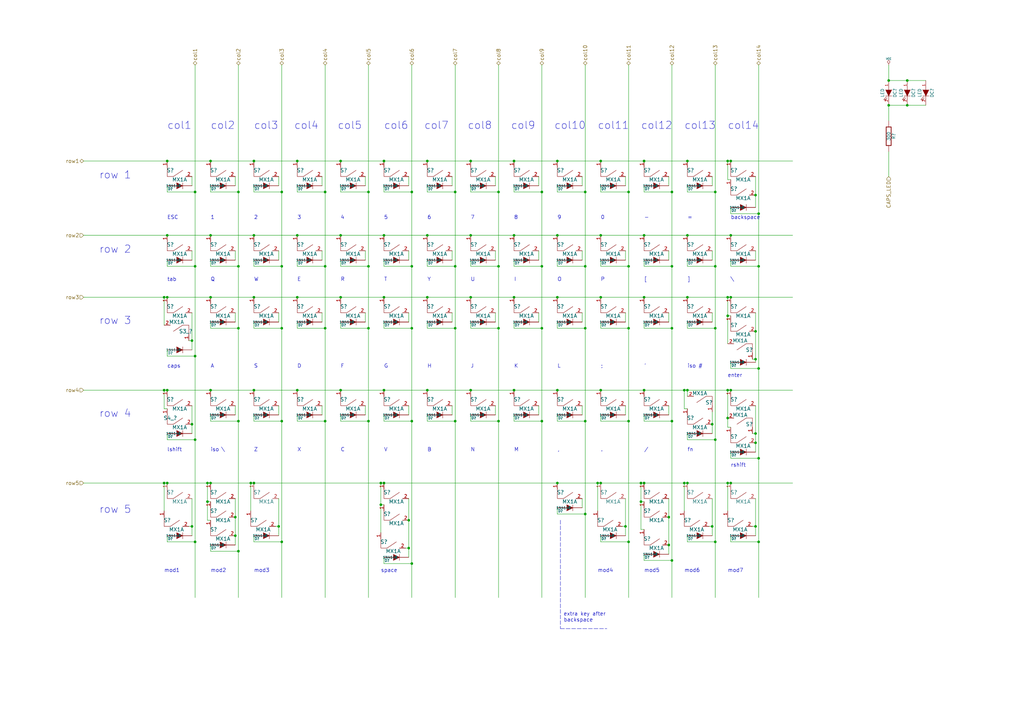
<source format=kicad_sch>
(kicad_sch (version 20211123) (generator eeschema)
  (paper "A3")
  (junction (at 86.36 66.04))
  (junction (at 210.82 96.52))
  (junction (at 104.14 160.02))
  (junction (at 210.82 160.02))
  (junction (at 281.94 160.02))
  (junction (at 222.25 78.74))
  (junction (at 85.09 198.12))
  (junction (at 264.16 96.52))
  (junction (at 97.79 109.22))
  (junction (at 228.6 160.02))
  (junction (at 364.49 33.02))
  (junction (at 246.38 121.92))
  (junction (at 68.58 96.52))
  (junction (at 167.64 213.36))
  (junction (at 299.72 160.02))
  (junction (at 96.52 219.71))
  (junction (at 275.59 78.74))
  (junction (at 186.69 109.22))
  (junction (at 228.6 96.52))
  (junction (at 68.58 121.92))
  (junction (at 299.72 121.92))
  (junction (at 167.64 224.79))
  (junction (at 309.88 80.01))
  (junction (at 311.15 187.96))
  (junction (at 309.88 177.8))
  (junction (at 186.69 172.72))
  (junction (at 175.26 160.02))
  (junction (at 168.91 231.14))
  (junction (at 210.82 66.04))
  (junction (at 80.01 180.34))
  (junction (at 309.88 215.9))
  (junction (at 280.67 160.02))
  (junction (at 228.6 198.12))
  (junction (at 309.88 135.89))
  (junction (at 262.89 205.74))
  (junction (at 281.94 96.52))
  (junction (at 168.91 109.22))
  (junction (at 264.16 121.92))
  (junction (at 311.15 109.22))
  (junction (at 157.48 121.92))
  (junction (at 246.38 96.52))
  (junction (at 240.03 109.22))
  (junction (at 240.03 210.82))
  (junction (at 204.47 172.72))
  (junction (at 299.72 66.04))
  (junction (at 193.04 96.52))
  (junction (at 175.26 66.04))
  (junction (at 67.31 198.12))
  (junction (at 80.01 109.22))
  (junction (at 246.38 160.02))
  (junction (at 168.91 172.72))
  (junction (at 115.57 172.72))
  (junction (at 281.94 121.92))
  (junction (at 175.26 121.92))
  (junction (at 97.79 78.74))
  (junction (at 121.92 121.92))
  (junction (at 67.31 121.92))
  (junction (at 298.45 198.12))
  (junction (at 151.13 78.74))
  (junction (at 104.14 198.12))
  (junction (at 68.58 160.02))
  (junction (at 204.47 78.74))
  (junction (at 157.48 160.02))
  (junction (at 133.35 134.62))
  (junction (at 293.37 222.25))
  (junction (at 293.37 134.62))
  (junction (at 246.38 66.04))
  (junction (at 86.36 160.02))
  (junction (at 364.49 43.18))
  (junction (at 104.14 66.04))
  (junction (at 168.91 78.74))
  (junction (at 104.14 121.92))
  (junction (at 309.88 147.32))
  (junction (at 311.15 222.25))
  (junction (at 78.74 139.7))
  (junction (at 193.04 160.02))
  (junction (at 274.32 223.52))
  (junction (at 86.36 198.12))
  (junction (at 157.48 96.52))
  (junction (at 139.7 121.92))
  (junction (at 139.7 96.52))
  (junction (at 133.35 172.72))
  (junction (at 293.37 109.22))
  (junction (at 311.15 87.63))
  (junction (at 257.81 134.62))
  (junction (at 115.57 109.22))
  (junction (at 264.16 160.02))
  (junction (at 264.16 198.12))
  (junction (at 275.59 172.72))
  (junction (at 257.81 172.72))
  (junction (at 274.32 212.09))
  (junction (at 168.91 134.62))
  (junction (at 256.54 215.9))
  (junction (at 298.45 121.92))
  (junction (at 222.25 109.22))
  (junction (at 96.52 212.09))
  (junction (at 85.09 205.74))
  (junction (at 210.82 121.92))
  (junction (at 121.92 160.02))
  (junction (at 97.79 134.62))
  (junction (at 228.6 121.92))
  (junction (at 299.72 96.52))
  (junction (at 372.11 43.18))
  (junction (at 298.45 160.02))
  (junction (at 102.87 198.12))
  (junction (at 156.21 198.12))
  (junction (at 80.01 146.05))
  (junction (at 292.1 173.99))
  (junction (at 245.11 198.12))
  (junction (at 114.3 215.9))
  (junction (at 240.03 78.74))
  (junction (at 309.88 181.61))
  (junction (at 275.59 109.22))
  (junction (at 68.58 198.12))
  (junction (at 115.57 222.25))
  (junction (at 257.81 222.25))
  (junction (at 275.59 229.87))
  (junction (at 281.94 66.04))
  (junction (at 293.37 78.74))
  (junction (at 139.7 66.04))
  (junction (at 281.94 198.12))
  (junction (at 193.04 66.04))
  (junction (at 121.92 96.52))
  (junction (at 156.21 207.01))
  (junction (at 97.79 172.72))
  (junction (at 280.67 198.12))
  (junction (at 264.16 66.04))
  (junction (at 372.11 33.02))
  (junction (at 133.35 109.22))
  (junction (at 151.13 134.62))
  (junction (at 86.36 96.52))
  (junction (at 275.59 134.62))
  (junction (at 228.6 66.04))
  (junction (at 299.72 198.12))
  (junction (at 97.79 226.06))
  (junction (at 257.81 78.74))
  (junction (at 292.1 215.9))
  (junction (at 121.92 66.04))
  (junction (at 204.47 134.62))
  (junction (at 78.74 215.9))
  (junction (at 151.13 172.72))
  (junction (at 293.37 180.34))
  (junction (at 151.13 109.22))
  (junction (at 257.81 109.22))
  (junction (at 115.57 78.74))
  (junction (at 298.45 66.04))
  (junction (at 80.01 222.25))
  (junction (at 157.48 66.04))
  (junction (at 104.14 96.52))
  (junction (at 78.74 173.99))
  (junction (at 246.38 198.12))
  (junction (at 262.89 198.12))
  (junction (at 139.7 160.02))
  (junction (at 204.47 109.22))
  (junction (at 240.03 134.62))
  (junction (at 115.57 134.62))
  (junction (at 311.15 151.13))
  (junction (at 222.25 172.72))
  (junction (at 175.26 96.52))
  (junction (at 298.45 171.45))
  (junction (at 186.69 134.62))
  (junction (at 298.45 129.54))
  (junction (at 68.58 66.04))
  (junction (at 133.35 78.74))
  (junction (at 157.48 198.12))
  (junction (at 80.01 78.74))
  (junction (at 222.25 134.62))
  (junction (at 67.31 160.02))
  (junction (at 86.36 121.92))
  (junction (at 193.04 121.92))
  (junction (at 240.03 172.72))
  (junction (at 186.69 78.74))
  (wire (pts (xy 157.48 228.6) (xy 157.48 231.14)))
  (wire (pts (xy 246.38 106.68) (xy 246.38 109.22)))
  (wire (pts (xy 293.37 180.34) (xy 293.37 222.25)))
  (wire (pts (xy 193.04 109.22) (xy 204.47 109.22)))
  (wire (pts (xy 309.88 177.8) (xy 309.88 181.61)))
  (wire (pts (xy 299.72 106.68) (xy 299.72 109.22)))
  (wire (pts (xy 264.16 106.68) (xy 264.16 109.22)))
  (wire (pts (xy 193.04 78.74) (xy 204.47 78.74)))
  (wire (pts (xy 139.7 172.72) (xy 151.13 172.72)))
  (wire (pts (xy 264.16 227.33) (xy 264.16 229.87)))
  (wire (pts (xy 115.57 134.62) (xy 115.57 172.72)))
  (wire (pts (xy 185.42 106.68) (xy 185.42 102.87)))
  (wire (pts (xy 67.31 160.02) (xy 67.31 167.64)))
  (wire (pts (xy 256.54 215.9) (xy 255.27 215.9)))
  (wire (pts (xy 299.72 187.96) (xy 311.15 187.96)))
  (wire (pts (xy 293.37 134.62) (xy 293.37 180.34)))
  (wire (pts (xy 86.36 172.72) (xy 97.79 172.72)))
  (wire (pts (xy 121.92 170.18) (xy 121.92 172.72)))
  (wire (pts (xy 133.35 26.67) (xy 133.35 78.74)))
  (wire (pts (xy 210.82 121.92) (xy 228.6 121.92)))
  (wire (pts (xy 257.81 78.74) (xy 257.81 109.22)))
  (wire (pts (xy 281.94 78.74) (xy 293.37 78.74)))
  (wire (pts (xy 228.6 96.52) (xy 246.38 96.52)))
  (wire (pts (xy 139.7 134.62) (xy 151.13 134.62)))
  (wire (pts (xy 68.58 222.25) (xy 80.01 222.25)))
  (wire (pts (xy 246.38 78.74) (xy 257.81 78.74)))
  (wire (pts (xy 86.36 198.12) (xy 102.87 198.12)))
  (wire (pts (xy 68.58 160.02) (xy 86.36 160.02)))
  (wire (pts (xy 292.1 132.08) (xy 292.1 128.27)))
  (wire (pts (xy 228.6 198.12) (xy 245.11 198.12)))
  (wire (pts (xy 293.37 222.25) (xy 293.37 245.11)))
  (wire (pts (xy 115.57 109.22) (xy 115.57 134.62)))
  (wire (pts (xy 167.64 170.18) (xy 167.64 166.37)))
  (wire (pts (xy 133.35 134.62) (xy 133.35 172.72)))
  (wire (pts (xy 68.58 198.12) (xy 85.09 198.12)))
  (wire (pts (xy 157.48 231.14) (xy 168.91 231.14)))
  (polyline (pts (xy 229.87 257.81) (xy 248.92 257.81)))
  (wire (pts (xy 364.49 43.18) (xy 372.11 43.18)))
  (wire (pts (xy 256.54 132.08) (xy 256.54 128.27)))
  (wire (pts (xy 80.01 26.67) (xy 80.01 78.74)))
  (wire (pts (xy 222.25 78.74) (xy 222.25 109.22)))
  (wire (pts (xy 121.92 121.92) (xy 139.7 121.92)))
  (wire (pts (xy 298.45 160.02) (xy 298.45 171.45)))
  (wire (pts (xy 78.74 204.47) (xy 78.74 215.9)))
  (wire (pts (xy 275.59 26.67) (xy 275.59 78.74)))
  (wire (pts (xy 210.82 76.2) (xy 210.82 78.74)))
  (wire (pts (xy 222.25 26.67) (xy 222.25 78.74)))
  (wire (pts (xy 167.64 224.79) (xy 166.37 224.79)))
  (wire (pts (xy 292.1 215.9) (xy 290.83 215.9)))
  (wire (pts (xy 104.14 172.72) (xy 115.57 172.72)))
  (wire (pts (xy 68.58 146.05) (xy 80.01 146.05)))
  (wire (pts (xy 280.67 160.02) (xy 281.94 160.02)))
  (wire (pts (xy 193.04 106.68) (xy 193.04 109.22)))
  (wire (pts (xy 246.38 96.52) (xy 264.16 96.52)))
  (wire (pts (xy 246.38 219.71) (xy 246.38 222.25)))
  (wire (pts (xy 256.54 106.68) (xy 256.54 102.87)))
  (wire (pts (xy 274.32 223.52) (xy 274.32 227.33)))
  (wire (pts (xy 264.16 229.87) (xy 275.59 229.87)))
  (wire (pts (xy 121.92 109.22) (xy 133.35 109.22)))
  (wire (pts (xy 274.32 170.18) (xy 274.32 166.37)))
  (wire (pts (xy 299.72 87.63) (xy 299.72 85.09)))
  (wire (pts (xy 175.26 134.62) (xy 186.69 134.62)))
  (wire (pts (xy 222.25 134.62) (xy 222.25 172.72)))
  (wire (pts (xy 114.3 215.9) (xy 114.3 219.71)))
  (wire (pts (xy 104.14 132.08) (xy 104.14 134.62)))
  (wire (pts (xy 97.79 26.67) (xy 97.79 78.74)))
  (wire (pts (xy 246.38 172.72) (xy 257.81 172.72)))
  (wire (pts (xy 293.37 26.67) (xy 293.37 78.74)))
  (wire (pts (xy 167.64 224.79) (xy 167.64 228.6)))
  (wire (pts (xy 96.52 76.2) (xy 96.52 72.39)))
  (wire (pts (xy 68.58 96.52) (xy 86.36 96.52)))
  (wire (pts (xy 240.03 109.22) (xy 240.03 134.62)))
  (wire (pts (xy 240.03 134.62) (xy 240.03 172.72)))
  (wire (pts (xy 85.09 198.12) (xy 86.36 198.12)))
  (wire (pts (xy 228.6 172.72) (xy 240.03 172.72)))
  (wire (pts (xy 68.58 78.74) (xy 80.01 78.74)))
  (wire (pts (xy 364.49 26.67) (xy 364.49 33.02)))
  (wire (pts (xy 139.7 109.22) (xy 151.13 109.22)))
  (wire (pts (xy 139.7 66.04) (xy 157.48 66.04)))
  (wire (pts (xy 264.16 76.2) (xy 264.16 78.74)))
  (wire (pts (xy 280.67 198.12) (xy 281.94 198.12)))
  (wire (pts (xy 167.64 204.47) (xy 167.64 213.36)))
  (wire (pts (xy 186.69 172.72) (xy 186.69 245.11)))
  (wire (pts (xy 157.48 106.68) (xy 157.48 109.22)))
  (wire (pts (xy 149.86 76.2) (xy 149.86 72.39)))
  (wire (pts (xy 114.3 106.68) (xy 114.3 102.87)))
  (wire (pts (xy 104.14 198.12) (xy 156.21 198.12)))
  (wire (pts (xy 246.38 66.04) (xy 264.16 66.04)))
  (wire (pts (xy 228.6 132.08) (xy 228.6 134.62)))
  (wire (pts (xy 156.21 198.12) (xy 156.21 207.01)))
  (wire (pts (xy 85.09 213.36) (xy 86.36 213.36)))
  (wire (pts (xy 228.6 109.22) (xy 240.03 109.22)))
  (wire (pts (xy 97.79 172.72) (xy 97.79 226.06)))
  (wire (pts (xy 262.89 198.12) (xy 262.89 205.74)))
  (wire (pts (xy 139.7 106.68) (xy 139.7 109.22)))
  (wire (pts (xy 67.31 198.12) (xy 68.58 198.12)))
  (wire (pts (xy 175.26 172.72) (xy 186.69 172.72)))
  (wire (pts (xy 257.81 26.67) (xy 257.81 78.74)))
  (wire (pts (xy 246.38 132.08) (xy 246.38 134.62)))
  (wire (pts (xy 157.48 170.18) (xy 157.48 172.72)))
  (wire (pts (xy 156.21 207.01) (xy 156.21 218.44)))
  (wire (pts (xy 275.59 229.87) (xy 275.59 245.11)))
  (wire (pts (xy 114.3 170.18) (xy 114.3 166.37)))
  (wire (pts (xy 220.98 132.08) (xy 220.98 128.27)))
  (wire (pts (xy 193.04 96.52) (xy 210.82 96.52)))
  (wire (pts (xy 86.36 96.52) (xy 104.14 96.52)))
  (wire (pts (xy 104.14 160.02) (xy 121.92 160.02)))
  (wire (pts (xy 298.45 121.92) (xy 298.45 129.54)))
  (wire (pts (xy 292.1 168.91) (xy 292.1 173.99)))
  (wire (pts (xy 104.14 134.62) (xy 115.57 134.62)))
  (wire (pts (xy 67.31 121.92) (xy 68.58 121.92)))
  (wire (pts (xy 80.01 180.34) (xy 80.01 222.25)))
  (wire (pts (xy 97.79 109.22) (xy 97.79 134.62)))
  (wire (pts (xy 149.86 170.18) (xy 149.86 166.37)))
  (wire (pts (xy 311.15 151.13) (xy 311.15 187.96)))
  (wire (pts (xy 68.58 76.2) (xy 68.58 78.74)))
  (wire (pts (xy 281.94 177.8) (xy 281.94 180.34)))
  (wire (pts (xy 298.45 121.92) (xy 299.72 121.92)))
  (wire (pts (xy 34.29 160.02) (xy 67.31 160.02)))
  (wire (pts (xy 132.08 132.08) (xy 132.08 128.27)))
  (wire (pts (xy 228.6 208.28) (xy 228.6 210.82)))
  (wire (pts (xy 264.16 134.62) (xy 275.59 134.62)))
  (wire (pts (xy 280.67 198.12) (xy 280.67 209.55)))
  (wire (pts (xy 175.26 76.2) (xy 175.26 78.74)))
  (wire (pts (xy 157.48 207.01) (xy 156.21 207.01)))
  (wire (pts (xy 222.25 109.22) (xy 222.25 134.62)))
  (wire (pts (xy 281.94 109.22) (xy 293.37 109.22)))
  (wire (pts (xy 238.76 170.18) (xy 238.76 166.37)))
  (wire (pts (xy 228.6 66.04) (xy 246.38 66.04)))
  (wire (pts (xy 157.48 66.04) (xy 175.26 66.04)))
  (wire (pts (xy 86.36 205.74) (xy 85.09 205.74)))
  (wire (pts (xy 86.36 170.18) (xy 86.36 172.72)))
  (wire (pts (xy 204.47 134.62) (xy 204.47 172.72)))
  (wire (pts (xy 228.6 134.62) (xy 240.03 134.62)))
  (wire (pts (xy 86.36 121.92) (xy 104.14 121.92)))
  (wire (pts (xy 262.89 205.74) (xy 262.89 217.17)))
  (wire (pts (xy 96.52 219.71) (xy 96.52 223.52)))
  (wire (pts (xy 228.6 210.82) (xy 240.03 210.82)))
  (wire (pts (xy 115.57 26.67) (xy 115.57 78.74)))
  (wire (pts (xy 167.64 76.2) (xy 167.64 72.39)))
  (wire (pts (xy 308.61 177.8) (xy 309.88 177.8)))
  (wire (pts (xy 204.47 26.67) (xy 204.47 78.74)))
  (wire (pts (xy 210.82 172.72) (xy 222.25 172.72)))
  (wire (pts (xy 139.7 121.92) (xy 157.48 121.92)))
  (wire (pts (xy 86.36 134.62) (xy 97.79 134.62)))
  (wire (pts (xy 311.15 222.25) (xy 311.15 245.11)))
  (wire (pts (xy 210.82 160.02) (xy 228.6 160.02)))
  (wire (pts (xy 104.14 170.18) (xy 104.14 172.72)))
  (wire (pts (xy 96.52 128.27) (xy 96.52 132.08)))
  (wire (pts (xy 308.61 147.32) (xy 309.88 147.32)))
  (wire (pts (xy 193.04 172.72) (xy 204.47 172.72)))
  (wire (pts (xy 185.42 76.2) (xy 185.42 72.39)))
  (wire (pts (xy 262.89 205.74) (xy 264.16 205.74)))
  (wire (pts (xy 246.38 170.18) (xy 246.38 172.72)))
  (wire (pts (xy 149.86 132.08) (xy 149.86 128.27)))
  (wire (pts (xy 257.81 172.72) (xy 257.81 222.25)))
  (wire (pts (xy 257.81 222.25) (xy 257.81 245.11)))
  (wire (pts (xy 175.26 96.52) (xy 193.04 96.52)))
  (wire (pts (xy 275.59 134.62) (xy 275.59 172.72)))
  (wire (pts (xy 298.45 175.26) (xy 299.72 175.26)))
  (wire (pts (xy 67.31 160.02) (xy 68.58 160.02)))
  (wire (pts (xy 114.3 215.9) (xy 113.03 215.9)))
  (wire (pts (xy 256.54 76.2) (xy 256.54 72.39)))
  (wire (pts (xy 275.59 109.22) (xy 275.59 134.62)))
  (wire (pts (xy 210.82 78.74) (xy 222.25 78.74)))
  (wire (pts (xy 311.15 109.22) (xy 311.15 151.13)))
  (wire (pts (xy 167.64 213.36) (xy 167.64 224.79)))
  (wire (pts (xy 104.14 76.2) (xy 104.14 78.74)))
  (wire (pts (xy 257.81 134.62) (xy 257.81 172.72)))
  (wire (pts (xy 281.94 160.02) (xy 298.45 160.02)))
  (wire (pts (xy 157.48 160.02) (xy 175.26 160.02)))
  (wire (pts (xy 210.82 96.52) (xy 228.6 96.52)))
  (wire (pts (xy 157.48 96.52) (xy 175.26 96.52)))
  (wire (pts (xy 151.13 78.74) (xy 151.13 109.22)))
  (wire (pts (xy 274.32 212.09) (xy 274.32 223.52)))
  (wire (pts (xy 80.01 78.74) (xy 80.01 109.22)))
  (wire (pts (xy 96.52 170.18) (xy 96.52 166.37)))
  (wire (pts (xy 121.92 172.72) (xy 133.35 172.72)))
  (wire (pts (xy 275.59 78.74) (xy 275.59 109.22)))
  (wire (pts (xy 168.91 109.22) (xy 168.91 134.62)))
  (wire (pts (xy 193.04 66.04) (xy 210.82 66.04)))
  (wire (pts (xy 203.2 170.18) (xy 203.2 166.37)))
  (wire (pts (xy 121.92 76.2) (xy 121.92 78.74)))
  (wire (pts (xy 114.3 132.08) (xy 114.3 128.27)))
  (wire (pts (xy 157.48 78.74) (xy 168.91 78.74)))
  (wire (pts (xy 156.21 198.12) (xy 157.48 198.12)))
  (wire (pts (xy 220.98 76.2) (xy 220.98 72.39)))
  (wire (pts (xy 175.26 121.92) (xy 193.04 121.92)))
  (wire (pts (xy 262.89 198.12) (xy 264.16 198.12)))
  (wire (pts (xy 228.6 160.02) (xy 246.38 160.02)))
  (wire (pts (xy 246.38 222.25) (xy 257.81 222.25)))
  (wire (pts (xy 264.16 78.74) (xy 275.59 78.74)))
  (wire (pts (xy 167.64 132.08) (xy 167.64 128.27)))
  (wire (pts (xy 298.45 129.54) (xy 298.45 140.97)))
  (wire (pts (xy 264.16 109.22) (xy 275.59 109.22)))
  (wire (pts (xy 139.7 76.2) (xy 139.7 78.74)))
  (wire (pts (xy 78.74 139.7) (xy 78.74 143.51)))
  (wire (pts (xy 104.14 78.74) (xy 115.57 78.74)))
  (wire (pts (xy 115.57 78.74) (xy 115.57 109.22)))
  (polyline (pts (xy 229.87 213.36) (xy 229.87 257.81)))
  (wire (pts (xy 139.7 170.18) (xy 139.7 172.72)))
  (wire (pts (xy 185.42 132.08) (xy 185.42 128.27)))
  (wire (pts (xy 299.72 198.12) (xy 325.12 198.12)))
  (wire (pts (xy 68.58 109.22) (xy 80.01 109.22)))
  (wire (pts (xy 364.49 62.23) (xy 364.49 72.39)))
  (wire (pts (xy 210.82 170.18) (xy 210.82 172.72)))
  (wire (pts (xy 228.6 76.2) (xy 228.6 78.74)))
  (wire (pts (xy 238.76 106.68) (xy 238.76 102.87)))
  (wire (pts (xy 86.36 160.02) (xy 104.14 160.02)))
  (wire (pts (xy 311.15 26.67) (xy 311.15 87.63)))
  (wire (pts (xy 238.76 76.2) (xy 238.76 72.39)))
  (wire (pts (xy 264.16 172.72) (xy 275.59 172.72)))
  (wire (pts (xy 185.42 170.18) (xy 185.42 166.37)))
  (wire (pts (xy 175.26 160.02) (xy 193.04 160.02)))
  (wire (pts (xy 121.92 96.52) (xy 139.7 96.52)))
  (wire (pts (xy 245.11 198.12) (xy 246.38 198.12)))
  (wire (pts (xy 246.38 109.22) (xy 257.81 109.22)))
  (wire (pts (xy 299.72 160.02) (xy 325.12 160.02)))
  (wire (pts (xy 309.88 80.01) (xy 309.88 85.09)))
  (wire (pts (xy 309.88 215.9) (xy 309.88 219.71)))
  (wire (pts (xy 115.57 172.72) (xy 115.57 222.25)))
  (wire (pts (xy 193.04 121.92) (xy 210.82 121.92)))
  (wire (pts (xy 121.92 134.62) (xy 133.35 134.62)))
  (wire (pts (xy 68.58 143.51) (xy 68.58 146.05)))
  (wire (pts (xy 139.7 96.52) (xy 157.48 96.52)))
  (wire (pts (xy 246.38 134.62) (xy 257.81 134.62)))
  (wire (pts (xy 264.16 132.08) (xy 264.16 134.62)))
  (wire (pts (xy 186.69 26.67) (xy 186.69 78.74)))
  (wire (pts (xy 372.11 33.02) (xy 379.73 33.02)))
  (wire (pts (xy 102.87 198.12) (xy 104.14 198.12)))
  (wire (pts (xy 204.47 109.22) (xy 204.47 134.62)))
  (wire (pts (xy 210.82 134.62) (xy 222.25 134.62)))
  (wire (pts (xy 175.26 66.04) (xy 193.04 66.04)))
  (wire (pts (xy 298.45 198.12) (xy 298.45 209.55)))
  (wire (pts (xy 157.48 76.2) (xy 157.48 78.74)))
  (wire (pts (xy 114.3 204.47) (xy 114.3 215.9)))
  (wire (pts (xy 67.31 198.12) (xy 67.31 209.55)))
  (wire (pts (xy 151.13 26.67) (xy 151.13 78.74)))
  (wire (pts (xy 85.09 205.74) (xy 85.09 213.36)))
  (wire (pts (xy 309.88 181.61) (xy 309.88 185.42)))
  (wire (pts (xy 309.88 166.37) (xy 309.88 177.8)))
  (wire (pts (xy 210.82 109.22) (xy 222.25 109.22)))
  (wire (pts (xy 86.36 76.2) (xy 86.36 78.74)))
  (wire (pts (xy 299.72 219.71) (xy 299.72 222.25)))
  (wire (pts (xy 203.2 132.08) (xy 203.2 128.27)))
  (wire (pts (xy 78.74 173.99) (xy 78.74 177.8)))
  (wire (pts (xy 274.32 106.68) (xy 274.32 102.87)))
  (wire (pts (xy 132.08 106.68) (xy 132.08 102.87)))
  (wire (pts (xy 157.48 121.92) (xy 175.26 121.92)))
  (wire (pts (xy 167.64 106.68) (xy 167.64 102.87)))
  (wire (pts (xy 274.32 204.47) (xy 274.32 212.09)))
  (wire (pts (xy 210.82 106.68) (xy 210.82 109.22)))
  (wire (pts (xy 78.74 76.2) (xy 78.74 72.39)))
  (wire (pts (xy 121.92 78.74) (xy 133.35 78.74)))
  (wire (pts (xy 264.16 198.12) (xy 280.67 198.12)))
  (wire (pts (xy 220.98 106.68) (xy 220.98 102.87)))
  (wire (pts (xy 78.74 215.9) (xy 77.47 215.9)))
  (wire (pts (xy 228.6 78.74) (xy 240.03 78.74)))
  (wire (pts (xy 309.88 106.68) (xy 309.88 102.87)))
  (wire (pts (xy 115.57 222.25) (xy 115.57 245.11)))
  (wire (pts (xy 121.92 106.68) (xy 121.92 109.22)))
  (wire (pts (xy 298.45 160.02) (xy 299.72 160.02)))
  (wire (pts (xy 264.16 160.02) (xy 280.67 160.02)))
  (wire (pts (xy 80.01 146.05) (xy 80.01 180.34)))
  (wire (pts (xy 309.88 215.9) (xy 308.61 215.9)))
  (wire (pts (xy 246.38 198.12) (xy 262.89 198.12)))
  (wire (pts (xy 97.79 134.62) (xy 97.79 172.72)))
  (wire (pts (xy 256.54 204.47) (xy 256.54 215.9)))
  (wire (pts (xy 222.25 172.72) (xy 222.25 245.11)))
  (wire (pts (xy 157.48 172.72) (xy 168.91 172.72)))
  (wire (pts (xy 204.47 78.74) (xy 204.47 109.22)))
  (wire (pts (xy 281.94 162.56) (xy 281.94 160.02)))
  (wire (pts (xy 256.54 170.18) (xy 256.54 166.37)))
  (wire (pts (xy 309.88 72.39) (xy 309.88 80.01)))
  (wire (pts (xy 280.67 160.02) (xy 280.67 167.64)))
  (wire (pts (xy 104.14 222.25) (xy 115.57 222.25)))
  (wire (pts (xy 97.79 226.06) (xy 97.79 245.11)))
  (wire (pts (xy 220.98 170.18) (xy 220.98 166.37)))
  (wire (pts (xy 203.2 106.68) (xy 203.2 102.87)))
  (wire (pts (xy 85.09 198.12) (xy 85.09 205.74)))
  (wire (pts (xy 210.82 66.04) (xy 228.6 66.04)))
  (wire (pts (xy 78.74 102.87) (xy 78.74 106.68)))
  (wire (pts (xy 86.36 66.04) (xy 104.14 66.04)))
  (wire (pts (xy 104.14 121.92) (xy 121.92 121.92)))
  (wire (pts (xy 281.94 132.08) (xy 281.94 134.62)))
  (wire (pts (xy 104.14 106.68) (xy 104.14 109.22)))
  (wire (pts (xy 175.26 132.08) (xy 175.26 134.62)))
  (wire (pts (xy 175.26 78.74) (xy 186.69 78.74)))
  (wire (pts (xy 210.82 132.08) (xy 210.82 134.62)))
  (wire (pts (xy 281.94 134.62) (xy 293.37 134.62)))
  (wire (pts (xy 149.86 106.68) (xy 149.86 102.87)))
  (wire (pts (xy 96.52 204.47) (xy 96.52 212.09)))
  (wire (pts (xy 34.29 198.12) (xy 67.31 198.12)))
  (wire (pts (xy 299.72 73.66) (xy 298.45 73.66)))
  (wire (pts (xy 299.72 66.04) (xy 325.12 66.04)))
  (wire (pts (xy 293.37 109.22) (xy 293.37 134.62)))
  (wire (pts (xy 257.81 109.22) (xy 257.81 134.62)))
  (wire (pts (xy 299.72 185.42) (xy 299.72 187.96)))
  (wire (pts (xy 281.94 66.04) (xy 298.45 66.04)))
  (wire (pts (xy 157.48 132.08) (xy 157.48 134.62)))
  (wire (pts (xy 96.52 102.87) (xy 96.52 106.68)))
  (wire (pts (xy 157.48 198.12) (xy 228.6 198.12)))
  (wire (pts (xy 68.58 121.92) (xy 86.36 121.92)))
  (wire (pts (xy 292.1 76.2) (xy 292.1 72.39)))
  (wire (pts (xy 104.14 219.71) (xy 104.14 222.25)))
  (wire (pts (xy 264.16 170.18) (xy 264.16 172.72)))
  (wire (pts (xy 240.03 172.72) (xy 240.03 210.82)))
  (wire (pts (xy 298.45 73.66) (xy 298.45 66.04)))
  (wire (pts (xy 364.49 33.02) (xy 372.11 33.02)))
  (wire (pts (xy 151.13 109.22) (xy 151.13 134.62)))
  (wire (pts (xy 299.72 151.13) (xy 311.15 151.13)))
  (wire (pts (xy 299.72 222.25) (xy 311.15 222.25)))
  (wire (pts (xy 193.04 76.2) (xy 193.04 78.74)))
  (wire (pts (xy 86.36 106.68) (xy 86.36 109.22)))
  (wire (pts (xy 274.32 132.08) (xy 274.32 128.27)))
  (wire (pts (xy 372.11 43.18) (xy 379.73 43.18)))
  (wire (pts (xy 175.26 106.68) (xy 175.26 109.22)))
  (wire (pts (xy 281.94 106.68) (xy 281.94 109.22)))
  (wire (pts (xy 246.38 160.02) (xy 264.16 160.02)))
  (wire (pts (xy 364.49 43.18) (xy 364.49 49.53)))
  (wire (pts (xy 203.2 76.2) (xy 203.2 72.39)))
  (wire (pts (xy 264.16 121.92) (xy 281.94 121.92)))
  (wire (pts (xy 292.1 204.47) (xy 292.1 215.9)))
  (wire (pts (xy 292.1 106.68) (xy 292.1 102.87)))
  (wire (pts (xy 67.31 121.92) (xy 67.31 133.35)))
  (wire (pts (xy 68.58 177.8) (xy 68.58 180.34)))
  (wire (pts (xy 311.15 187.96) (xy 311.15 222.25)))
  (wire (pts (xy 193.04 170.18) (xy 193.04 172.72)))
  (wire (pts (xy 281.94 121.92) (xy 298.45 121.92)))
  (wire (pts (xy 309.88 147.32) (xy 309.88 148.59)))
  (wire (pts (xy 262.89 217.17) (xy 264.16 217.17)))
  (wire (pts (xy 299.72 151.13) (xy 299.72 148.59)))
  (wire (pts (xy 34.29 66.04) (xy 68.58 66.04)))
  (wire (pts (xy 34.29 121.92) (xy 67.31 121.92)))
  (wire (pts (xy 175.26 109.22) (xy 186.69 109.22)))
  (wire (pts (xy 264.16 96.52) (xy 281.94 96.52)))
  (wire (pts (xy 275.59 172.72) (xy 275.59 229.87)))
  (wire (pts (xy 168.91 134.62) (xy 168.91 172.72)))
  (wire (pts (xy 78.74 166.37) (xy 78.74 173.99)))
  (wire (pts (xy 309.88 128.27) (xy 309.88 135.89)))
  (wire (pts (xy 264.16 66.04) (xy 281.94 66.04)))
  (wire (pts (xy 228.6 106.68) (xy 228.6 109.22)))
  (wire (pts (xy 193.04 134.62) (xy 204.47 134.62)))
  (wire (pts (xy 299.72 109.22) (xy 311.15 109.22)))
  (wire (pts (xy 299.72 121.92) (xy 325.12 121.92)))
  (wire (pts (xy 86.36 78.74) (xy 97.79 78.74)))
  (wire (pts (xy 238.76 132.08) (xy 238.76 128.27)))
  (wire (pts (xy 238.76 208.28) (xy 238.76 204.47)))
  (wire (pts (xy 311.15 87.63) (xy 311.15 109.22)))
  (wire (pts (xy 309.88 204.47) (xy 309.88 215.9)))
  (wire (pts (xy 246.38 76.2) (xy 246.38 78.74)))
  (wire (pts (xy 68.58 219.71) (xy 68.58 222.25)))
  (wire (pts (xy 133.35 78.74) (xy 133.35 109.22)))
  (wire (pts (xy 240.03 26.67) (xy 240.03 78.74)))
  (wire (pts (xy 281.94 96.52) (xy 299.72 96.52)))
  (wire (pts (xy 114.3 76.2) (xy 114.3 72.39)))
  (wire (pts (xy 86.36 226.06) (xy 97.79 226.06)))
  (wire (pts (xy 274.32 76.2) (xy 274.32 72.39)))
  (wire (pts (xy 151.13 134.62) (xy 151.13 172.72)))
  (wire (pts (xy 298.45 129.54) (xy 299.72 129.54)))
  (wire (pts (xy 298.45 198.12) (xy 299.72 198.12)))
  (wire (pts (xy 204.47 172.72) (xy 204.47 245.11)))
  (wire (pts (xy 121.92 132.08) (xy 121.92 134.62)))
  (wire (pts (xy 104.14 109.22) (xy 115.57 109.22)))
  (wire (pts (xy 186.69 134.62) (xy 186.69 172.72)))
  (wire (pts (xy 280.67 167.64) (xy 281.94 167.64)))
  (wire (pts (xy 86.36 109.22) (xy 97.79 109.22)))
  (wire (pts (xy 281.94 219.71) (xy 281.94 222.25)))
  (wire (pts (xy 292.1 173.99) (xy 292.1 177.8)))
  (wire (pts (xy 151.13 172.72) (xy 151.13 245.11)))
  (wire (pts (xy 168.91 172.72) (xy 168.91 231.14)))
  (wire (pts (xy 102.87 198.12) (xy 102.87 209.55)))
  (wire (pts (xy 240.03 210.82) (xy 240.03 245.11)))
  (wire (pts (xy 34.29 96.52) (xy 68.58 96.52)))
  (wire (pts (xy 133.35 109.22) (xy 133.35 134.62)))
  (wire (pts (xy 139.7 78.74) (xy 151.13 78.74)))
  (wire (pts (xy 67.31 167.64) (xy 68.58 167.64)))
  (wire (pts (xy 139.7 160.02) (xy 157.48 160.02)))
  (wire (pts (xy 78.74 128.27) (xy 78.74 139.7)))
  (wire (pts (xy 240.03 78.74) (xy 240.03 109.22)))
  (wire (pts (xy 193.04 160.02) (xy 210.82 160.02)))
  (wire (pts (xy 228.6 121.92) (xy 246.38 121.92)))
  (wire (pts (xy 104.14 96.52) (xy 121.92 96.52)))
  (wire (pts (xy 281.94 180.34) (xy 293.37 180.34)))
  (wire (pts (xy 292.1 215.9) (xy 292.1 219.71)))
  (wire (pts (xy 309.88 135.89) (xy 309.88 147.32)))
  (wire (pts (xy 228.6 170.18) (xy 228.6 172.72)))
  (wire (pts (xy 175.26 170.18) (xy 175.26 172.72)))
  (wire (pts (xy 86.36 223.52) (xy 86.36 226.06)))
  (wire (pts (xy 86.36 132.08) (xy 86.36 134.62)))
  (wire (pts (xy 96.52 212.09) (xy 96.52 219.71)))
  (wire (pts (xy 68.58 180.34) (xy 80.01 180.34)))
  (wire (pts (xy 293.37 78.74) (xy 293.37 109.22)))
  (wire (pts (xy 186.69 109.22) (xy 186.69 134.62)))
  (wire (pts (xy 78.74 139.7) (xy 77.47 139.7)))
  (wire (pts (xy 299.72 96.52) (xy 325.12 96.52)))
  (wire (pts (xy 186.69 78.74) (xy 186.69 109.22)))
  (wire (pts (xy 121.92 66.04) (xy 139.7 66.04)))
  (wire (pts (xy 168.91 231.14) (xy 168.91 245.11)))
  (wire (pts (xy 193.04 132.08) (xy 193.04 134.62)))
  (wire (pts (xy 121.92 160.02) (xy 139.7 160.02)))
  (wire (pts (xy 281.94 198.12) (xy 298.45 198.12)))
  (wire (pts (xy 256.54 215.9) (xy 256.54 219.71)))
  (wire (pts (xy 298.45 171.45) (xy 298.45 175.26)))
  (wire (pts (xy 78.74 215.9) (xy 78.74 219.71)))
  (wire (pts (xy 68.58 106.68) (xy 68.58 109.22)))
  (wire (pts (xy 299.72 87.63) (xy 311.15 87.63)))
  (wire (pts (xy 281.94 222.25) (xy 293.37 222.25)))
  (wire (pts (xy 139.7 132.08) (xy 139.7 134.62)))
  (wire (pts (xy 80.01 222.25) (xy 80.01 245.11)))
  (wire (pts (xy 298.45 66.04) (xy 299.72 66.04)))
  (wire (pts (xy 97.79 78.74) (xy 97.79 109.22)))
  (wire (pts (xy 168.91 78.74) (xy 168.91 109.22)))
  (wire (pts (xy 132.08 76.2) (xy 132.08 72.39)))
  (wire (pts (xy 104.14 66.04) (xy 121.92 66.04)))
  (wire (pts (xy 68.58 66.04) (xy 86.36 66.04)))
  (wire (pts (xy 133.35 172.72) (xy 133.35 245.11)))
  (wire (pts (xy 245.11 198.12) (xy 245.11 209.55)))
  (wire (pts (xy 132.08 170.18) (xy 132.08 166.37)))
  (wire (pts (xy 168.91 26.67) (xy 168.91 78.74)))
  (wire (pts (xy 246.38 121.92) (xy 264.16 121.92)))
  (wire (pts (xy 80.01 109.22) (xy 80.01 146.05)))
  (wire (pts (xy 281.94 76.2) (xy 281.94 78.74)))
  (wire (pts (xy 157.48 134.62) (xy 168.91 134.62)))
  (wire (pts (xy 157.48 109.22) (xy 168.91 109.22)))
  (text "1" (at 86.36 90.17 0) (effects (font (size 1.524 1.524)) (justify left bottom)))
  (text "8" (at 210.82 90.17 0) (effects (font (size 1.524 1.524)) (justify left bottom)))
  (text "W" (at 104.14 115.57 0) (effects (font (size 1.524 1.524)) (justify left bottom)))
  (text "C" (at 139.7 185.42 0) (effects (font (size 1.524 1.524)) (justify left bottom)))
  (text "7" (at 193.04 90.17 0) (effects (font (size 1.524 1.524)) (justify left bottom)))
  (text "col9" (at 209.55 53.34 0) (effects (font (size 3.048 3.048)) (justify left bottom)))
  (text "V" (at 157.48 185.42 0) (effects (font (size 1.524 1.524)) (justify left bottom)))
  (text "G" (at 157.48 151.13 0) (effects (font (size 1.524 1.524)) (justify left bottom)))
  (text "=" (at 281.94 90.17 0) (effects (font (size 1.524 1.524)) (justify left bottom)))
  (text "R" (at 139.7 115.57 0) (effects (font (size 1.524 1.524)) (justify left bottom)))
  (text "L" (at 228.6 151.13 0) (effects (font (size 1.524 1.524)) (justify left bottom)))
  (text "iso #" (at 281.94 151.13 0) (effects (font (size 1.524 1.524)) (justify left bottom)))
  (text "mod6" (at 280.67 234.95 0) (effects (font (size 1.524 1.524)) (justify left bottom)))
  (text "space" (at 156.21 234.95 0) (effects (font (size 1.524 1.524)) (justify left bottom)))
  (text "mod7" (at 298.45 234.95 0) (effects (font (size 1.524 1.524)) (justify left bottom)))
  (text "M" (at 210.82 185.42 0) (effects (font (size 1.524 1.524)) (justify left bottom)))
  (text "backspace" (at 299.72 90.17 0) (effects (font (size 1.524 1.524)) (justify left bottom)))
  (text "A" (at 86.36 151.13 0) (effects (font (size 1.524 1.524)) (justify left bottom)))
  (text "tab" (at 68.58 115.57 0) (effects (font (size 1.524 1.524)) (justify left bottom)))
  (text "5" (at 157.48 90.17 0) (effects (font (size 1.524 1.524)) (justify left bottom)))
  (text "\\" (at 299.72 115.57 0) (effects (font (size 1.524 1.524)) (justify left bottom)))
  (text "/" (at 264.16 185.42 0) (effects (font (size 1.524 1.524)) (justify left bottom)))
  (text "E" (at 121.92 115.57 0) (effects (font (size 1.524 1.524)) (justify left bottom)))
  (text "[" (at 264.16 115.57 0) (effects (font (size 1.524 1.524)) (justify left bottom)))
  (text "O" (at 228.6 115.57 0) (effects (font (size 1.524 1.524)) (justify left bottom)))
  (text "6" (at 175.26 90.17 0) (effects (font (size 1.524 1.524)) (justify left bottom)))
  (text "4" (at 139.7 90.17 0) (effects (font (size 1.524 1.524)) (justify left bottom)))
  (text "T" (at 157.48 115.57 0) (effects (font (size 1.524 1.524)) (justify left bottom)))
  (text "mod3" (at 104.14 234.95 0) (effects (font (size 1.524 1.524)) (justify left bottom)))
  (text "mod2" (at 86.36 234.95 0) (effects (font (size 1.524 1.524)) (justify left bottom)))
  (text "col1" (at 68.58 53.34 0) (effects (font (size 3.048 3.048)) (justify left bottom)))
  (text "col2" (at 86.36 53.34 0) (effects (font (size 3.048 3.048)) (justify left bottom)))
  (text "row 3" (at 40.64 133.35 0) (effects (font (size 3.048 3.048)) (justify left bottom)))
  (text "col7" (at 173.99 53.34 0) (effects (font (size 3.048 3.048)) (justify left bottom)))
  (text "row 4" (at 40.64 171.45 0) (effects (font (size 3.048 3.048)) (justify left bottom)))
  (text "Z" (at 104.14 185.42 0) (effects (font (size 1.524 1.524)) (justify left bottom)))
  (text "-" (at 264.16 90.17 0) (effects (font (size 1.524 1.524)) (justify left bottom)))
  (text "2" (at 104.14 90.17 0) (effects (font (size 1.524 1.524)) (justify left bottom)))
  (text "caps" (at 68.58 151.13 0) (effects (font (size 1.524 1.524)) (justify left bottom)))
  (text "row 2" (at 40.64 104.14 0) (effects (font (size 3.048 3.048)) (justify left bottom)))
  (text "lshift" (at 68.58 185.42 0) (effects (font (size 1.524 1.524)) (justify left bottom)))
  (text "B" (at 175.26 185.42 0) (effects (font (size 1.524 1.524)) (justify left bottom)))
  (text "J" (at 193.04 151.13 0) (effects (font (size 1.524 1.524)) (justify left bottom)))
  (text "N" (at 193.04 185.42 0) (effects (font (size 1.524 1.524)) (justify left bottom)))
  (text "I" (at 210.82 115.57 0) (effects (font (size 1.524 1.524)) (justify left bottom)))
  (text "mod5" (at 264.16 234.95 0) (effects (font (size 1.524 1.524)) (justify left bottom)))
  (text "," (at 228.6 185.42 0) (effects (font (size 1.524 1.524)) (justify left bottom)))
  (text "extra key after\nbackspace" (at 231.14 255.27 0) (effects (font (size 1.524 1.524)) (justify left bottom)))
  (text "iso \\" (at 86.36 185.42 0) (effects (font (size 1.524 1.524)) (justify left bottom)))
  (text "P" (at 246.38 115.57 0) (effects (font (size 1.524 1.524)) (justify left bottom)))
  (text "col12" (at 262.89 53.34 0) (effects (font (size 3.048 3.048)) (justify left bottom)))
  (text "S" (at 104.14 151.13 0) (effects (font (size 1.524 1.524)) (justify left bottom)))
  (text "0" (at 246.38 90.17 0) (effects (font (size 1.524 1.524)) (justify left bottom)))
  (text "row 1" (at 40.64 73.66 0) (effects (font (size 3.048 3.048)) (justify left bottom)))
  (text "K" (at 210.82 151.13 0) (effects (font (size 1.524 1.524)) (justify left bottom)))
  (text "." (at 246.38 185.42 0) (effects (font (size 1.524 1.524)) (justify left bottom)))
  (text "col3" (at 104.14 53.34 0) (effects (font (size 3.048 3.048)) (justify left bottom)))
  (text "col10" (at 227.33 53.34 0) (effects (font (size 3.048 3.048)) (justify left bottom)))
  (text "enter" (at 298.45 154.94 0) (effects (font (size 1.524 1.524)) (justify left bottom)))
  (text "row 5" (at 40.64 210.82 0) (effects (font (size 3.048 3.048)) (justify left bottom)))
  (text "col13" (at 280.67 53.34 0) (effects (font (size 3.048 3.048)) (justify left bottom)))
  (text "col5" (at 138.43 53.34 0) (effects (font (size 3.048 3.048)) (justify left bottom)))
  (text "col14" (at 298.45 53.34 0) (effects (font (size 3.048 3.048)) (justify left bottom)))
  (text "]" (at 281.94 115.57 0) (effects (font (size 1.524 1.524)) (justify left bottom)))
  (text "3" (at 121.92 90.17 0) (effects (font (size 1.524 1.524)) (justify left bottom)))
  (text "rshift" (at 299.72 191.77 0) (effects (font (size 1.524 1.524)) (justify left bottom)))
  (text "col11" (at 245.11 53.34 0) (effects (font (size 3.048 3.048)) (justify left bottom)))
  (text "Q" (at 86.36 115.57 0) (effects (font (size 1.524 1.524)) (justify left bottom)))
  (text "mod1" (at 67.31 234.95 0) (effects (font (size 1.524 1.524)) (justify left bottom)))
  (text "col4" (at 120.65 53.34 0) (effects (font (size 3.048 3.048)) (justify left bottom)))
  (text "9" (at 228.6 90.17 0) (effects (font (size 1.524 1.524)) (justify left bottom)))
  (text "ESC" (at 68.58 90.17 0) (effects (font (size 1.524 1.524)) (justify left bottom)))
  (text ";" (at 246.38 151.13 0) (effects (font (size 1.524 1.524)) (justify left bottom)))
  (text "H" (at 175.26 151.13 0) (effects (font (size 1.524 1.524)) (justify left bottom)))
  (text "D" (at 121.92 151.13 0) (effects (font (size 1.524 1.524)) (justify left bottom)))
  (text "'" (at 264.16 151.13 0) (effects (font (size 1.524 1.524)) (justify left bottom)))
  (text "fn" (at 281.94 185.42 0) (effects (font (size 1.524 1.524)) (justify left bottom)))
  (text "col6" (at 157.48 53.34 0) (effects (font (size 3.048 3.048)) (justify left bottom)))
  (text "F" (at 139.7 151.13 0) (effects (font (size 1.524 1.524)) (justify left bottom)))
  (text "U" (at 193.04 115.57 0) (effects (font (size 1.524 1.524)) (justify left bottom)))
  (text "col8" (at 191.77 53.34 0) (effects (font (size 3.048 3.048)) (justify left bottom)))
  (text "mod4" (at 245.11 234.95 0) (effects (font (size 1.524 1.524)) (justify left bottom)))
  (text "X" (at 121.92 185.42 0) (effects (font (size 1.524 1.524)) (justify left bottom)))
  (text "Y" (at 175.26 115.57 0) (effects (font (size 1.524 1.524)) (justify left bottom)))
  (hierarchical_label "col1" (shape tri_state) (at 80.01 26.67 90) (effects (font (size 1.524 1.524))))
  (hierarchical_label "col3" (shape tri_state) (at 115.57 26.67 90) (effects (font (size 1.524 1.524))))
  (hierarchical_label "col12" (shape tri_state) (at 275.59 26.67 90) (effects (font (size 1.524 1.524))))
  (hierarchical_label "col14" (shape tri_state) (at 311.15 26.67 90) (effects (font (size 1.524 1.524))))
  (hierarchical_label "col5" (shape tri_state) (at 151.13 26.67 90) (effects (font (size 1.524 1.524))))
  (hierarchical_label "col2" (shape tri_state) (at 97.79 26.67 90) (effects (font (size 1.524 1.524))))
  (hierarchical_label "col11" (shape tri_state) (at 257.81 26.67 90) (effects (font (size 1.524 1.524))))
  (hierarchical_label "row1" (shape tri_state) (at 34.29 66.04 180) (effects (font (size 1.524 1.524))))
  (hierarchical_label "CAPS_LED" (shape input) (at 364.49 72.39 270) (effects (font (size 1.524 1.524))))
  (hierarchical_label "col7" (shape tri_state) (at 186.69 26.67 90) (effects (font (size 1.524 1.524))))
  (hierarchical_label "row2" (shape input) (at 34.29 96.52 180) (effects (font (size 1.524 1.524))))
  (hierarchical_label "col8" (shape tri_state) (at 204.47 26.67 90) (effects (font (size 1.524 1.524))))
  (hierarchical_label "col10" (shape tri_state) (at 240.03 26.67 90) (effects (font (size 1.524 1.524))))
  (hierarchical_label "col6" (shape tri_state) (at 168.91 26.67 90) (effects (font (size 1.524 1.524))))
  (hierarchical_label "row3" (shape input) (at 34.29 121.92 180) (effects (font (size 1.524 1.524))))
  (hierarchical_label "row4" (shape input) (at 34.29 160.02 180) (effects (font (size 1.524 1.524))))
  (hierarchical_label "col4" (shape tri_state) (at 133.35 26.67 90) (effects (font (size 1.524 1.524))))
  (hierarchical_label "row5" (shape input) (at 34.29 198.12 180) (effects (font (size 1.524 1.524))))
  (hierarchical_label "col13" (shape tri_state) (at 293.37 26.67 90) (effects (font (size 1.524 1.524))))
  (hierarchical_label "col9" (shape tri_state) (at 222.25 26.67 90) (effects (font (size 1.524 1.524))))
  (symbol (lib_id "mx1a-simple:MX1A") (at 304.8 170.18 0) (unit 1)
    (property "Reference" "S?" (at 300.99 163.83 0) (effects (font (size 1.524 1.524))))
    (property "Value" "MX1A" (at 304.8 167.64 0) (effects (font (size 1.524 1.524))))
    (property "Footprint" "mx1a:MX1A" (effects hide))
  )
  (symbol (lib_id "mx1a-simple:MX1A") (at 162.56 106.68 0) (unit 1)
    (property "Reference" "S?" (at 158.75 100.33 0) (effects (font (size 1.524 1.524))))
    (property "Value" "MX1A" (at 162.56 104.14 0) (effects (font (size 1.524 1.524))))
    (property "Footprint" "mx1a:MX1A" (effects hide))
  )
  (symbol (lib_id "device:DIODE") (at 269.24 106.68 0) (unit 1)
    (property "Reference" "D?" (at 265.43 107.95 0) (effects (font (size 1.016 1.016))))
    (property "Value" "1N4148" (at 266.7 106.68 0) (effects (font (size 1.016 1.016))))
    (property "Footprint" "0805:0805D" (effects hide))
    (property "Vendor" "DC Components" (effects hide))
    (property "Product" "CD4148WS(0805C)" (effects hide))
    (property "Supplier" "TME" (effects hide))
    (property "Supplier Symbol" "1N4148-0805" (effects hide))
  )
  (symbol (lib_id "mx1a-simple:MX1A") (at 303.53 167.64 180) (unit 1)
    (property "Reference" "S?" (at 307.34 173.99 0) (effects (font (size 1.524 1.524))))
    (property "Value" "MX1A" (at 303.53 170.18 0) (effects (font (size 1.524 1.524))))
    (property "Footprint" "mx1a:MX1A_no3d" (effects hide))
  )
  (symbol (lib_id "device:DIODE") (at 180.34 132.08 0) (unit 1)
    (property "Reference" "D?" (at 176.53 133.35 0) (effects (font (size 1.016 1.016))))
    (property "Value" "1N4148" (at 177.8 132.08 0) (effects (font (size 1.016 1.016))))
    (property "Footprint" "0805:0805D" (effects hide))
    (property "Vendor" "DC Components" (effects hide))
    (property "Product" "CD4148WS(0805C)" (effects hide))
    (property "Supplier" "TME" (effects hide))
    (property "Supplier Symbol" "1N4148-0805" (effects hide))
  )
  (symbol (lib_id "mx1a-simple:MX1A") (at 127 106.68 0) (unit 1)
    (property "Reference" "S?" (at 123.19 100.33 0) (effects (font (size 1.524 1.524))))
    (property "Value" "MX1A" (at 127 104.14 0) (effects (font (size 1.524 1.524))))
    (property "Footprint" "mx1a:MX1A" (effects hide))
  )
  (symbol (lib_id "mx1a-simple:MX1A") (at 287.02 158.75 180) (unit 1)
    (property "Reference" "S?" (at 290.83 165.1 0) (effects (font (size 1.524 1.524))))
    (property "Value" "MX1A" (at 287.02 161.29 0) (effects (font (size 1.524 1.524))))
    (property "Footprint" "mx1a:MX1A_no3d" (effects hide))
  )
  (symbol (lib_id "mx1a-simple:MX1A") (at 251.46 76.2 0) (unit 1)
    (property "Reference" "S?" (at 247.65 69.85 0) (effects (font (size 1.524 1.524))))
    (property "Value" "MX1A" (at 251.46 73.66 0) (effects (font (size 1.524 1.524))))
    (property "Footprint" "mx1a:MX1A" (effects hide))
  )
  (symbol (lib_id "device:DIODE") (at 215.9 106.68 0) (unit 1)
    (property "Reference" "D?" (at 212.09 107.95 0) (effects (font (size 1.016 1.016))))
    (property "Value" "1N4148" (at 213.36 106.68 0) (effects (font (size 1.016 1.016))))
    (property "Footprint" "0805:0805D" (effects hide))
    (property "Vendor" "DC Components" (effects hide))
    (property "Product" "CD4148WS(0805C)" (effects hide))
    (property "Supplier" "TME" (effects hide))
    (property "Supplier Symbol" "1N4148-0805" (effects hide))
  )
  (symbol (lib_id "device:DIODE") (at 233.68 208.28 0) (unit 1)
    (property "Reference" "D?" (at 229.87 209.55 0) (effects (font (size 1.016 1.016))))
    (property "Value" "1N4148" (at 231.14 208.28 0) (effects (font (size 1.016 1.016))))
    (property "Footprint" "0805:0805D" (effects hide))
    (property "Vendor" "DC Components" (effects hide))
    (property "Product" "CD4148WS(0805C)" (effects hide))
    (property "Supplier" "TME" (effects hide))
    (property "Supplier Symbol" "1N4148-0805" (effects hide))
  )
  (symbol (lib_id "mx1a-simple:MX1A") (at 109.22 76.2 0) (unit 1)
    (property "Reference" "S?" (at 105.41 69.85 0) (effects (font (size 1.524 1.524))))
    (property "Value" "MX1A" (at 109.22 73.66 0) (effects (font (size 1.524 1.524))))
    (property "Footprint" "mx1a:MX1A" (effects hide))
  )
  (symbol (lib_id "mx1a-simple:MX1A") (at 109.22 208.28 0) (unit 1)
    (property "Reference" "S?" (at 105.41 201.93 0) (effects (font (size 1.524 1.524))))
    (property "Value" "MX1A" (at 109.22 205.74 0) (effects (font (size 1.524 1.524))))
    (property "Footprint" "mx1a:MX1A" (effects hide))
  )
  (symbol (lib_id "mx1a-simple:MX1A") (at 73.66 76.2 0) (unit 1)
    (property "Reference" "S?" (at 69.85 69.85 0) (effects (font (size 1.524 1.524))))
    (property "Value" "MX1A" (at 73.66 73.66 0) (effects (font (size 1.524 1.524))))
    (property "Footprint" "mx1a:MX1A" (effects hide))
  )
  (symbol (lib_id "mx1a-simple:MX1A") (at 250.19 219.71 0) (unit 1)
    (property "Reference" "S?" (at 246.38 213.36 0) (effects (font (size 1.524 1.524))))
    (property "Value" "MX1A" (at 250.19 217.17 0) (effects (font (size 1.524 1.524))))
    (property "Footprint" "mx1a:MX1A_no3d" (effects hide))
  )
  (symbol (lib_id "device:DIODE") (at 73.66 143.51 0) (unit 1)
    (property "Reference" "D?" (at 69.85 144.78 0) (effects (font (size 1.016 1.016))))
    (property "Value" "1N4148" (at 71.12 143.51 0) (effects (font (size 1.016 1.016))))
    (property "Footprint" "0805:0805D" (effects hide))
    (property "Vendor" "DC Components" (effects hide))
    (property "Product" "CD4148WS(0805C)" (effects hide))
    (property "Supplier" "TME" (effects hide))
    (property "Supplier Symbol" "1N4148-0805" (effects hide))
  )
  (symbol (lib_id "mx1a-simple:MX1A") (at 269.24 170.18 0) (unit 1)
    (property "Reference" "S?" (at 265.43 163.83 0) (effects (font (size 1.524 1.524))))
    (property "Value" "MX1A" (at 269.24 167.64 0) (effects (font (size 1.524 1.524))))
    (property "Footprint" "mx1a:MX1A" (effects hide))
  )
  (symbol (lib_id "device:DIODE") (at 269.24 170.18 0) (unit 1)
    (property "Reference" "D?" (at 265.43 171.45 0) (effects (font (size 1.016 1.016))))
    (property "Value" "1N4148" (at 266.7 170.18 0) (effects (font (size 1.016 1.016))))
    (property "Footprint" "0805:0805D" (effects hide))
    (property "Vendor" "DC Components" (effects hide))
    (property "Product" "CD4148WS(0805C)" (effects hide))
    (property "Supplier" "TME" (effects hide))
    (property "Supplier Symbol" "1N4148-0805" (effects hide))
  )
  (symbol (lib_id "device:DIODE") (at 91.44 132.08 0) (unit 1)
    (property "Reference" "D?" (at 87.63 133.35 0) (effects (font (size 1.016 1.016))))
    (property "Value" "1N4148" (at 88.9 132.08 0) (effects (font (size 1.016 1.016))))
    (property "Footprint" "0805:0805D" (effects hide))
    (property "Vendor" "DC Components" (effects hide))
    (property "Product" "CD4148WS(0805C)" (effects hide))
    (property "Supplier" "TME" (effects hide))
    (property "Supplier Symbol" "1N4148-0805" (effects hide))
  )
  (symbol (lib_id "mx1a-simple:MX1A") (at 287.02 132.08 0) (unit 1)
    (property "Reference" "S?" (at 283.21 125.73 0) (effects (font (size 1.524 1.524))))
    (property "Value" "MX1A" (at 287.02 129.54 0) (effects (font (size 1.524 1.524))))
    (property "Footprint" "mx1a:MX1A_no3d" (effects hide))
  )
  (symbol (lib_id "mx1a-simple:MX1A") (at 109.22 170.18 0) (unit 1)
    (property "Reference" "S?" (at 105.41 163.83 0) (effects (font (size 1.524 1.524))))
    (property "Value" "MX1A" (at 109.22 167.64 0) (effects (font (size 1.524 1.524))))
    (property "Footprint" "mx1a:MX1A" (effects hide))
  )
  (symbol (lib_id "device:DIODE") (at 304.8 219.71 0) (unit 1)
    (property "Reference" "D?" (at 300.99 220.98 0) (effects (font (size 1.016 1.016))))
    (property "Value" "1N4148" (at 302.26 219.71 0) (effects (font (size 1.016 1.016))))
    (property "Footprint" "0805:0805D" (effects hide))
    (property "Vendor" "DC Components" (effects hide))
    (property "Product" "CD4148WS(0805C)" (effects hide))
    (property "Supplier" "TME" (effects hide))
    (property "Supplier Symbol" "1N4148-0805" (effects hide))
  )
  (symbol (lib_id "device:DIODE") (at 304.8 148.59 0) (unit 1)
    (property "Reference" "D?" (at 300.99 149.86 0) (effects (font (size 1.016 1.016))))
    (property "Value" "1N4148" (at 302.26 148.59 0) (effects (font (size 1.016 1.016))))
    (property "Footprint" "0805:0805D" (effects hide))
    (property "Vendor" "DC Components" (effects hide))
    (property "Product" "CD4148WS(0805C)" (effects hide))
    (property "Supplier" "TME" (effects hide))
    (property "Supplier Symbol" "1N4148-0805" (effects hide))
  )
  (symbol (lib_id "mx1a-simple:MX1A") (at 233.68 106.68 0) (unit 1)
    (property "Reference" "S?" (at 229.87 100.33 0) (effects (font (size 1.524 1.524))))
    (property "Value" "MX1A" (at 233.68 104.14 0) (effects (font (size 1.524 1.524))))
    (property "Footprint" "mx1a:MX1A" (effects hide))
  )
  (symbol (lib_id "device:DIODE") (at 180.34 106.68 0) (unit 1)
    (property "Reference" "D?" (at 176.53 107.95 0) (effects (font (size 1.016 1.016))))
    (property "Value" "1N4148" (at 177.8 106.68 0) (effects (font (size 1.016 1.016))))
    (property "Footprint" "0805:0805D" (effects hide))
    (property "Vendor" "DC Components" (effects hide))
    (property "Product" "CD4148WS(0805C)" (effects hide))
    (property "Supplier" "TME" (effects hide))
    (property "Supplier Symbol" "1N4148-0805" (effects hide))
  )
  (symbol (lib_id "device:DIODE") (at 251.46 76.2 0) (unit 1)
    (property "Reference" "D?" (at 247.65 77.47 0) (effects (font (size 1.016 1.016))))
    (property "Value" "1N4148" (at 248.92 76.2 0) (effects (font (size 1.016 1.016))))
    (property "Footprint" "0805:0805D" (effects hide))
    (property "Vendor" "DC Components" (effects hide))
    (property "Product" "CD4148WS(0805C)" (effects hide))
    (property "Supplier" "TME" (effects hide))
    (property "Supplier Symbol" "1N4148-0805" (effects hide))
  )
  (symbol (lib_id "mx1a-simple:MX1A") (at 162.56 217.17 0) (unit 1)
    (property "Reference" "S?" (at 158.75 210.82 0) (effects (font (size 1.524 1.524))))
    (property "Value" "MX1A" (at 162.56 214.63 0) (effects (font (size 1.524 1.524))))
    (property "Footprint" "mx1a:MX1A_no3d" (effects hide))
  )
  (symbol (lib_id "device:DIODE") (at 127 132.08 0) (unit 1)
    (property "Reference" "D?" (at 123.19 133.35 0) (effects (font (size 1.016 1.016))))
    (property "Value" "1N4148" (at 124.46 132.08 0) (effects (font (size 1.016 1.016))))
    (property "Footprint" "0805:0805D" (effects hide))
    (property "Vendor" "DC Components" (effects hide))
    (property "Product" "CD4148WS(0805C)" (effects hide))
    (property "Supplier" "TME" (effects hide))
    (property "Supplier Symbol" "1N4148-0805" (effects hide))
  )
  (symbol (lib_id "device:DIODE") (at 215.9 132.08 0) (unit 1)
    (property "Reference" "D?" (at 212.09 133.35 0) (effects (font (size 1.016 1.016))))
    (property "Value" "1N4148" (at 213.36 132.08 0) (effects (font (size 1.016 1.016))))
    (property "Footprint" "0805:0805D" (effects hide))
    (property "Vendor" "DC Components" (effects hide))
    (property "Product" "CD4148WS(0805C)" (effects hide))
    (property "Supplier" "TME" (effects hide))
    (property "Supplier Symbol" "1N4148-0805" (effects hide))
  )
  (symbol (lib_id "mx1a-simple:MX1A") (at 144.78 106.68 0) (unit 1)
    (property "Reference" "S?" (at 140.97 100.33 0) (effects (font (size 1.524 1.524))))
    (property "Value" "MX1A" (at 144.78 104.14 0) (effects (font (size 1.524 1.524))))
    (property "Footprint" "mx1a:MX1A" (effects hide))
  )
  (symbol (lib_id "mx1a-simple:MX1A") (at 304.8 106.68 0) (unit 1)
    (property "Reference" "S?" (at 300.99 100.33 0) (effects (font (size 1.524 1.524))))
    (property "Value" "MX1A" (at 304.8 104.14 0) (effects (font (size 1.524 1.524))))
    (property "Footprint" "mx1a:MX1A" (effects hide))
  )
  (symbol (lib_id "mx1a-simple:MX1A") (at 91.44 215.9 0) (unit 1)
    (property "Reference" "S?" (at 87.63 209.55 0) (effects (font (size 1.524 1.524))))
    (property "Value" "MX1A" (at 91.44 213.36 0) (effects (font (size 1.524 1.524))))
    (property "Footprint" "mx1a:MX1A_no3d" (effects hide))
  )
  (symbol (lib_id "device:DIODE") (at 198.12 170.18 0) (unit 1)
    (property "Reference" "D?" (at 194.31 171.45 0) (effects (font (size 1.016 1.016))))
    (property "Value" "1N4148" (at 195.58 170.18 0) (effects (font (size 1.016 1.016))))
    (property "Footprint" "0805:0805D" (effects hide))
    (property "Vendor" "DC Components" (effects hide))
    (property "Product" "CD4148WS(0805C)" (effects hide))
    (property "Supplier" "TME" (effects hide))
    (property "Supplier Symbol" "1N4148-0805" (effects hide))
  )
  (symbol (lib_id "mx1a-simple:MX1A") (at 73.66 177.8 0) (unit 1)
    (property "Reference" "S4_?" (at 69.85 171.45 0) (effects (font (size 1.524 1.524))))
    (property "Value" "MX1A" (at 73.66 175.26 0) (effects (font (size 1.524 1.524))))
    (property "Footprint" "mx1a:MX1A_no3d" (effects hide))
  )
  (symbol (lib_id "device:DIODE") (at 144.78 132.08 0) (unit 1)
    (property "Reference" "D?" (at 140.97 133.35 0) (effects (font (size 1.016 1.016))))
    (property "Value" "1N4148" (at 142.24 132.08 0) (effects (font (size 1.016 1.016))))
    (property "Footprint" "0805:0805D" (effects hide))
    (property "Vendor" "DC Components" (effects hide))
    (property "Product" "CD4148WS(0805C)" (effects hide))
    (property "Supplier" "TME" (effects hide))
    (property "Supplier Symbol" "1N4148-0805" (effects hide))
  )
  (symbol (lib_id "mx1a-simple:MX1A") (at 215.9 106.68 0) (unit 1)
    (property "Reference" "S?" (at 212.09 100.33 0) (effects (font (size 1.524 1.524))))
    (property "Value" "MX1A" (at 215.9 104.14 0) (effects (font (size 1.524 1.524))))
    (property "Footprint" "mx1a:MX1A" (effects hide))
  )
  (symbol (lib_id "mx1a-simple:MX1A") (at 73.66 170.18 0) (unit 1)
    (property "Reference" "S?" (at 69.85 163.83 0) (effects (font (size 1.524 1.524))))
    (property "Value" "MX1A" (at 73.66 167.64 0) (effects (font (size 1.524 1.524))))
    (property "Footprint" "mx1a:MX1A" (effects hide))
  )
  (symbol (lib_id "device:DIODE") (at 233.68 132.08 0) (unit 1)
    (property "Reference" "D?" (at 229.87 133.35 0) (effects (font (size 1.016 1.016))))
    (property "Value" "1N4148" (at 231.14 132.08 0) (effects (font (size 1.016 1.016))))
    (property "Footprint" "0805:0805D" (effects hide))
    (property "Vendor" "DC Components" (effects hide))
    (property "Product" "CD4148WS(0805C)" (effects hide))
    (property "Supplier" "TME" (effects hide))
    (property "Supplier Symbol" "1N4148-0805" (effects hide))
  )
  (symbol (lib_id "device:DIODE") (at 233.68 106.68 0) (unit 1)
    (property "Reference" "D?" (at 229.87 107.95 0) (effects (font (size 1.016 1.016))))
    (property "Value" "1N4148" (at 231.14 106.68 0) (effects (font (size 1.016 1.016))))
    (property "Footprint" "0805:0805D" (effects hide))
    (property "Vendor" "DC Components" (effects hide))
    (property "Product" "CD4148WS(0805C)" (effects hide))
    (property "Supplier" "TME" (effects hide))
    (property "Supplier Symbol" "1N4148-0805" (effects hide))
  )
  (symbol (lib_id "device:DIODE") (at 127 170.18 0) (unit 1)
    (property "Reference" "D?" (at 123.19 171.45 0) (effects (font (size 1.016 1.016))))
    (property "Value" "1N4148" (at 124.46 170.18 0) (effects (font (size 1.016 1.016))))
    (property "Footprint" "0805:0805D" (effects hide))
    (property "Vendor" "DC Components" (effects hide))
    (property "Product" "CD4148WS(0805C)" (effects hide))
    (property "Supplier" "TME" (effects hide))
    (property "Supplier Symbol" "1N4148-0805" (effects hide))
  )
  (symbol (lib_id "device:DIODE") (at 109.22 106.68 0) (unit 1)
    (property "Reference" "D?" (at 105.41 107.95 0) (effects (font (size 1.016 1.016))))
    (property "Value" "1N4148" (at 106.68 106.68 0) (effects (font (size 1.016 1.016))))
    (property "Footprint" "0805:0805D" (effects hide))
    (property "Vendor" "DC Components" (effects hide))
    (property "Product" "CD4148WS(0805C)" (effects hide))
    (property "Supplier" "TME" (effects hide))
    (property "Supplier Symbol" "1N4148-0805" (effects hide))
  )
  (symbol (lib_id "device:LED") (at 364.49 38.1 270) (unit 1)
    (property "Reference" "DC?" (at 367.03 38.1 0))
    (property "Value" "LED" (at 361.95 38.1 0))
    (property "Footprint" "mx1a:MX1A-led_no3d" (effects hide))
  )
  (symbol (lib_id "device:DIODE") (at 73.66 219.71 0) (unit 1)
    (property "Reference" "D?" (at 69.85 220.98 0) (effects (font (size 1.016 1.016))))
    (property "Value" "1N4148" (at 71.12 219.71 0) (effects (font (size 1.016 1.016))))
    (property "Footprint" "0805:0805D" (effects hide))
    (property "Vendor" "DC Components" (effects hide))
    (property "Product" "CD4148WS(0805C)" (effects hide))
    (property "Supplier" "TME" (effects hide))
    (property "Supplier Symbol" "1N4148-0805" (effects hide))
  )
  (symbol (lib_id "mx1a-simple:MX1A") (at 233.68 208.28 0) (unit 1)
    (property "Reference" "S?" (at 229.87 201.93 0) (effects (font (size 1.524 1.524))))
    (property "Value" "MX1A" (at 233.68 205.74 0) (effects (font (size 1.524 1.524))))
    (property "Footprint" "mx1a:MX1A_no3d" (effects hide))
  )
  (symbol (lib_id "device:DIODE") (at 304.8 106.68 0) (unit 1)
    (property "Reference" "D?" (at 300.99 107.95 0) (effects (font (size 1.016 1.016))))
    (property "Value" "1N4148" (at 302.26 106.68 0) (effects (font (size 1.016 1.016))))
    (property "Footprint" "0805:0805D" (effects hide))
    (property "Vendor" "DC Components" (effects hide))
    (property "Product" "CD4148WS(0805C)" (effects hide))
    (property "Supplier" "TME" (effects hide))
    (property "Supplier Symbol" "1N4148-0805" (effects hide))
  )
  (symbol (lib_id "mx1a-simple:MX1A") (at 180.34 170.18 0) (unit 1)
    (property "Reference" "S?" (at 176.53 163.83 0) (effects (font (size 1.524 1.524))))
    (property "Value" "MX1A" (at 180.34 167.64 0) (effects (font (size 1.524 1.524))))
    (property "Footprint" "mx1a:MX1A" (effects hide))
  )
  (symbol (lib_id "device:DIODE") (at 73.66 177.8 0) (unit 1)
    (property "Reference" "D?" (at 69.85 179.07 0) (effects (font (size 1.016 1.016))))
    (property "Value" "1N4148" (at 71.12 177.8 0) (effects (font (size 1.016 1.016))))
    (property "Footprint" "0805:0805D" (effects hide))
    (property "Vendor" "DC Components" (effects hide))
    (property "Product" "CD4148WS(0805C)" (effects hide))
    (property "Supplier" "TME" (effects hide))
    (property "Supplier Symbol" "1N4148-0805" (effects hide))
  )
  (symbol (lib_id "device:DIODE") (at 233.68 170.18 0) (unit 1)
    (property "Reference" "D?" (at 229.87 171.45 0) (effects (font (size 1.016 1.016))))
    (property "Value" "1N4148" (at 231.14 170.18 0) (effects (font (size 1.016 1.016))))
    (property "Footprint" "0805:0805D" (effects hide))
    (property "Vendor" "DC Components" (effects hide))
    (property "Product" "CD4148WS(0805C)" (effects hide))
    (property "Supplier" "TME" (effects hide))
    (property "Supplier Symbol" "1N4148-0805" (effects hide))
  )
  (symbol (lib_id "device:R") (at 364.49 55.88 0) (unit 1)
    (property "Reference" "R?" (at 366.522 55.88 90))
    (property "Value" "300" (at 364.49 55.88 90))
  )
  (symbol (lib_id "device:DIODE") (at 269.24 227.33 0) (unit 1)
    (property "Reference" "D?" (at 265.43 228.6 0) (effects (font (size 1.016 1.016))))
    (property "Value" "1N4148" (at 266.7 227.33 0) (effects (font (size 1.016 1.016))))
    (property "Footprint" "0805:0805D" (effects hide))
    (property "Vendor" "DC Components" (effects hide))
    (property "Product" "CD4148WS(0805C)" (effects hide))
    (property "Supplier" "TME" (effects hide))
    (property "Supplier Symbol" "1N4148-0805" (effects hide))
  )
  (symbol (lib_id "device:DIODE") (at 269.24 132.08 0) (unit 1)
    (property "Reference" "D?" (at 265.43 133.35 0) (effects (font (size 1.016 1.016))))
    (property "Value" "1N4148" (at 266.7 132.08 0) (effects (font (size 1.016 1.016))))
    (property "Footprint" "0805:0805D" (effects hide))
    (property "Vendor" "DC Components" (effects hide))
    (property "Product" "CD4148WS(0805C)" (effects hide))
    (property "Supplier" "TME" (effects hide))
    (property "Supplier Symbol" "1N4148-0805" (effects hide))
  )
  (symbol (lib_id "mx1a-simple:MX1A") (at 161.29 228.6 0) (unit 1)
    (property "Reference" "S?" (at 157.48 222.25 0) (effects (font (size 1.524 1.524))))
    (property "Value" "MX1A" (at 161.29 226.06 0) (effects (font (size 1.524 1.524))))
    (property "Footprint" "mx1a:MX1A" (effects hide))
  )
  (symbol (lib_id "device:DIODE") (at 287.02 76.2 0) (unit 1)
    (property "Reference" "D?" (at 283.21 77.47 0) (effects (font (size 1.016 1.016))))
    (property "Value" "1N4148" (at 284.48 76.2 0) (effects (font (size 1.016 1.016))))
    (property "Footprint" "0805:0805D" (effects hide))
    (property "Vendor" "DC Components" (effects hide))
    (property "Product" "CD4148WS(0805C)" (effects hide))
    (property "Supplier" "TME" (effects hide))
    (property "Supplier Symbol" "1N4148-0805" (effects hide))
  )
  (symbol (lib_id "mx1a-simple:MX1A") (at 304.8 185.42 0) (unit 1)
    (property "Reference" "S?" (at 300.99 179.07 0) (effects (font (size 1.524 1.524))))
    (property "Value" "MX1A" (at 304.8 182.88 0) (effects (font (size 1.524 1.524))))
    (property "Footprint" "mx1a:MX1A_no3d" (effects hide))
  )
  (symbol (lib_id "device:DIODE") (at 162.56 228.6 0) (unit 1)
    (property "Reference" "D?" (at 158.75 229.87 0) (effects (font (size 1.016 1.016))))
    (property "Value" "1N4148" (at 160.02 228.6 0) (effects (font (size 1.016 1.016))))
    (property "Footprint" "0805:0805D" (effects hide))
    (property "Vendor" "DC Components" (effects hide))
    (property "Product" "CD4148WS(0805C)" (effects hide))
    (property "Supplier" "TME" (effects hide))
    (property "Supplier Symbol" "1N4148-0805" (effects hide))
  )
  (symbol (lib_id "device:DIODE") (at 144.78 76.2 0) (unit 1)
    (property "Reference" "D?" (at 140.97 77.47 0) (effects (font (size 1.016 1.016))))
    (property "Value" "1N4148" (at 142.24 76.2 0) (effects (font (size 1.016 1.016))))
    (property "Footprint" "0805:0805D" (effects hide))
    (property "Vendor" "DC Components" (effects hide))
    (property "Product" "CD4148WS(0805C)" (effects hide))
    (property "Supplier" "TME" (effects hide))
    (property "Supplier Symbol" "1N4148-0805" (effects hide))
  )
  (symbol (lib_id "device:DIODE") (at 198.12 76.2 0) (unit 1)
    (property "Reference" "D?" (at 194.31 77.47 0) (effects (font (size 1.016 1.016))))
    (property "Value" "1N4148" (at 195.58 76.2 0) (effects (font (size 1.016 1.016))))
    (property "Footprint" "0805:0805D" (effects hide))
    (property "Vendor" "DC Components" (effects hide))
    (property "Product" "CD4148WS(0805C)" (effects hide))
    (property "Supplier" "TME" (effects hide))
    (property "Supplier Symbol" "1N4148-0805" (effects hide))
  )
  (symbol (lib_id "mx1a-simple:MX1A") (at 287.02 177.8 0) (unit 1)
    (property "Reference" "S?" (at 283.21 171.45 0) (effects (font (size 1.524 1.524))))
    (property "Value" "MX1A" (at 287.02 175.26 0) (effects (font (size 1.524 1.524))))
    (property "Footprint" "mx1a:MX1A_no3d" (effects hide))
  )
  (symbol (lib_id "device:DIODE") (at 73.66 76.2 0) (unit 1)
    (property "Reference" "D?" (at 69.85 77.47 0) (effects (font (size 1.016 1.016))))
    (property "Value" "1N4148" (at 71.12 76.2 0) (effects (font (size 1.016 1.016))))
    (property "Footprint" "0805:0805D" (effects hide))
    (property "Vendor" "DC Components" (effects hide))
    (property "Product" "CD4148WS(0805C)" (effects hide))
    (property "Supplier" "TME" (effects hide))
    (property "Supplier Symbol" "1N4148-0805" (effects hide))
  )
  (symbol (lib_id "device:DIODE") (at 215.9 170.18 0) (unit 1)
    (property "Reference" "D?" (at 212.09 171.45 0) (effects (font (size 1.016 1.016))))
    (property "Value" "1N4148" (at 213.36 170.18 0) (effects (font (size 1.016 1.016))))
    (property "Footprint" "0805:0805D" (effects hide))
    (property "Vendor" "DC Components" (effects hide))
    (property "Product" "CD4148WS(0805C)" (effects hide))
    (property "Supplier" "TME" (effects hide))
    (property "Supplier Symbol" "1N4148-0805" (effects hide))
  )
  (symbol (lib_id "mx1a-simple:MX1A") (at 72.39 219.71 0) (unit 1)
    (property "Reference" "S?" (at 68.58 213.36 0) (effects (font (size 1.524 1.524))))
    (property "Value" "MX1A" (at 72.39 217.17 0) (effects (font (size 1.524 1.524))))
    (property "Footprint" "mx1a:MX1A_no3d" (effects hide))
  )
  (symbol (lib_id "mx1a-simple:MX1A") (at 269.24 208.28 0) (unit 1)
    (property "Reference" "S?" (at 265.43 201.93 0) (effects (font (size 1.524 1.524))))
    (property "Value" "MX1A" (at 269.24 205.74 0) (effects (font (size 1.524 1.524))))
    (property "Footprint" "mx1a:MX1A" (effects hide))
  )
  (symbol (lib_id "device:DIODE") (at 287.02 177.8 0) (unit 1)
    (property "Reference" "D?" (at 283.21 179.07 0) (effects (font (size 1.016 1.016))))
    (property "Value" "1N4148" (at 284.48 177.8 0) (effects (font (size 1.016 1.016))))
    (property "Footprint" "0805:0805D" (effects hide))
    (property "Vendor" "DC Components" (effects hide))
    (property "Product" "CD4148WS(0805C)" (effects hide))
    (property "Supplier" "TME" (effects hide))
    (property "Supplier Symbol" "1N4148-0805" (effects hide))
  )
  (symbol (lib_id "mx1a-simple:MX1A") (at 215.9 76.2 0) (unit 1)
    (property "Reference" "S?" (at 212.09 69.85 0) (effects (font (size 1.524 1.524))))
    (property "Value" "MX1A" (at 215.9 73.66 0) (effects (font (size 1.524 1.524))))
    (property "Footprint" "mx1a:MX1A" (effects hide))
  )
  (symbol (lib_id "mx1a-simple:MX1A") (at 233.68 132.08 0) (unit 1)
    (property "Reference" "S?" (at 229.87 125.73 0) (effects (font (size 1.524 1.524))))
    (property "Value" "MX1A" (at 233.68 129.54 0) (effects (font (size 1.524 1.524))))
    (property "Footprint" "mx1a:MX1A" (effects hide))
  )
  (symbol (lib_id "mx1a-simple:MX1A") (at 144.78 132.08 0) (unit 1)
    (property "Reference" "S?" (at 140.97 125.73 0) (effects (font (size 1.524 1.524))))
    (property "Value" "MX1A" (at 144.78 129.54 0) (effects (font (size 1.524 1.524))))
    (property "Footprint" "mx1a:MX1A" (effects hide))
  )
  (symbol (lib_id "mx1a-simple:MX1A") (at 144.78 76.2 0) (unit 1)
    (property "Reference" "S?" (at 140.97 69.85 0) (effects (font (size 1.524 1.524))))
    (property "Value" "MX1A" (at 144.78 73.66 0) (effects (font (size 1.524 1.524))))
    (property "Footprint" "mx1a:MX1A" (effects hide))
  )
  (symbol (lib_id "mx1a-simple:MX1A") (at 162.56 132.08 0) (unit 1)
    (property "Reference" "S?" (at 158.75 125.73 0) (effects (font (size 1.524 1.524))))
    (property "Value" "MX1A" (at 162.56 129.54 0) (effects (font (size 1.524 1.524))))
    (property "Footprint" "mx1a:MX1A" (effects hide))
  )
  (symbol (lib_id "device:DIODE") (at 127 106.68 0) (unit 1)
    (property "Reference" "D?" (at 123.19 107.95 0) (effects (font (size 1.016 1.016))))
    (property "Value" "1N4148" (at 124.46 106.68 0) (effects (font (size 1.016 1.016))))
    (property "Footprint" "0805:0805D" (effects hide))
    (property "Vendor" "DC Components" (effects hide))
    (property "Product" "CD4148WS(0805C)" (effects hide))
    (property "Supplier" "TME" (effects hide))
    (property "Supplier Symbol" "1N4148-0805" (effects hide))
  )
  (symbol (lib_id "device:DIODE") (at 73.66 106.68 0) (unit 1)
    (property "Reference" "D?" (at 69.85 107.95 0) (effects (font (size 1.016 1.016))))
    (property "Value" "1N4148" (at 71.12 106.68 0) (effects (font (size 1.016 1.016))))
    (property "Footprint" "0805:0805D" (effects hide))
    (property "Vendor" "DC Components" (effects hide))
    (property "Product" "CD4148WS(0805C)" (effects hide))
    (property "Supplier" "TME" (effects hide))
    (property "Supplier Symbol" "1N4148-0805" (effects hide))
  )
  (symbol (lib_id "device:DIODE") (at 251.46 219.71 0) (unit 1)
    (property "Reference" "D?" (at 247.65 220.98 0) (effects (font (size 1.016 1.016))))
    (property "Value" "1N4148" (at 248.92 219.71 0) (effects (font (size 1.016 1.016))))
    (property "Footprint" "0805:0805D" (effects hide))
    (property "Vendor" "DC Components" (effects hide))
    (property "Product" "CD4148WS(0805C)" (effects hide))
    (property "Supplier" "TME" (effects hide))
    (property "Supplier Symbol" "1N4148-0805" (effects hide))
  )
  (symbol (lib_id "device:DIODE") (at 91.44 76.2 0) (unit 1)
    (property "Reference" "D?" (at 87.63 77.47 0) (effects (font (size 1.016 1.016))))
    (property "Value" "1N4148" (at 88.9 76.2 0) (effects (font (size 1.016 1.016))))
    (property "Footprint" "0805:0805D" (effects hide))
    (property "Vendor" "DC Components" (effects hide))
    (property "Product" "CD4148WS(0805C)" (effects hide))
    (property "Supplier" "TME" (effects hide))
    (property "Supplier Symbol" "1N4148-0805" (effects hide))
  )
  (symbol (lib_id "mx1a-simple:MX1A") (at 107.95 219.71 0) (unit 1)
    (property "Reference" "S?" (at 104.14 213.36 0) (effects (font (size 1.524 1.524))))
    (property "Value" "MX1A" (at 107.95 217.17 0) (effects (font (size 1.524 1.524))))
    (property "Footprint" "mx1a:MX1A_no3d" (effects hide))
  )
  (symbol (lib_id "device:DIODE") (at 144.78 106.68 0) (unit 1)
    (property "Reference" "D?" (at 140.97 107.95 0) (effects (font (size 1.016 1.016))))
    (property "Value" "1N4148" (at 142.24 106.68 0) (effects (font (size 1.016 1.016))))
    (property "Footprint" "0805:0805D" (effects hide))
    (property "Vendor" "DC Components" (effects hide))
    (property "Product" "CD4148WS(0805C)" (effects hide))
    (property "Supplier" "TME" (effects hide))
    (property "Supplier Symbol" "1N4148-0805" (effects hide))
  )
  (symbol (lib_id "device:DIODE") (at 109.22 76.2 0) (unit 1)
    (property "Reference" "D?" (at 105.41 77.47 0) (effects (font (size 1.016 1.016))))
    (property "Value" "1N4148" (at 106.68 76.2 0) (effects (font (size 1.016 1.016))))
    (property "Footprint" "0805:0805D" (effects hide))
    (property "Vendor" "DC Components" (effects hide))
    (property "Product" "CD4148WS(0805C)" (effects hide))
    (property "Supplier" "TME" (effects hide))
    (property "Supplier Symbol" "1N4148-0805" (effects hide))
  )
  (symbol (lib_id "device:DIODE") (at 198.12 106.68 0) (unit 1)
    (property "Reference" "D?" (at 194.31 107.95 0) (effects (font (size 1.016 1.016))))
    (property "Value" "1N4148" (at 195.58 106.68 0) (effects (font (size 1.016 1.016))))
    (property "Footprint" "0805:0805D" (effects hide))
    (property "Vendor" "DC Components" (effects hide))
    (property "Product" "CD4148WS(0805C)" (effects hide))
    (property "Supplier" "TME" (effects hide))
    (property "Supplier Symbol" "1N4148-0805" (effects hide))
  )
  (symbol (lib_id "mx1a-simple:MX1A") (at 91.44 208.28 0) (unit 1)
    (property "Reference" "S?" (at 87.63 201.93 0) (effects (font (size 1.524 1.524))))
    (property "Value" "MX1A" (at 91.44 205.74 0) (effects (font (size 1.524 1.524))))
    (property "Footprint" "mx1a:MX1A" (effects hide))
  )
  (symbol (lib_id "device:DIODE") (at 162.56 132.08 0) (unit 1)
    (property "Reference" "D?" (at 158.75 133.35 0) (effects (font (size 1.016 1.016))))
    (property "Value" "1N4148" (at 160.02 132.08 0) (effects (font (size 1.016 1.016))))
    (property "Footprint" "0805:0805D" (effects hide))
    (property "Vendor" "DC Components" (effects hide))
    (property "Product" "CD4148WS(0805C)" (effects hide))
    (property "Supplier" "TME" (effects hide))
    (property "Supplier Symbol" "1N4148-0805" (effects hide))
  )
  (symbol (lib_id "mx1a-simple:MX1A") (at 162.56 170.18 0) (unit 1)
    (property "Reference" "S?" (at 158.75 163.83 0) (effects (font (size 1.524 1.524))))
    (property "Value" "MX1A" (at 162.56 167.64 0) (effects (font (size 1.524 1.524))))
    (property "Footprint" "mx1a:MX1A" (effects hide))
  )
  (symbol (lib_id "mx1a-simple:MX1A") (at 304.8 132.08 0) (unit 1)
    (property "Reference" "S?" (at 300.99 125.73 0) (effects (font (size 1.524 1.524))))
    (property "Value" "MX1A" (at 304.8 129.54 0) (effects (font (size 1.524 1.524))))
    (property "Footprint" "mx1a:MX1A" (effects hide))
  )
  (symbol (lib_id "mx1a-simple:MX1A") (at 198.12 132.08 0) (unit 1)
    (property "Reference" "S?" (at 194.31 125.73 0) (effects (font (size 1.524 1.524))))
    (property "Value" "MX1A" (at 198.12 129.54 0) (effects (font (size 1.524 1.524))))
    (property "Footprint" "mx1a:MX1A" (effects hide))
  )
  (symbol (lib_id "mx1a-simple:MX1A") (at 303.53 137.16 180) (unit 1)
    (property "Reference" "S?" (at 307.34 143.51 0) (effects (font (size 1.524 1.524))))
    (property "Value" "MX1A" (at 303.53 139.7 0) (effects (font (size 1.524 1.524))))
    (property "Footprint" "mx1a:MX1A_no3d" (effects hide))
  )
  (symbol (lib_id "mx1a-simple:MX1A") (at 198.12 170.18 0) (unit 1)
    (property "Reference" "S?" (at 194.31 163.83 0) (effects (font (size 1.524 1.524))))
    (property "Value" "MX1A" (at 198.12 167.64 0) (effects (font (size 1.524 1.524))))
    (property "Footprint" "mx1a:MX1A" (effects hide))
  )
  (symbol (lib_id "device:DIODE") (at 180.34 170.18 0) (unit 1)
    (property "Reference" "D?" (at 176.53 171.45 0) (effects (font (size 1.016 1.016))))
    (property "Value" "1N4148" (at 177.8 170.18 0) (effects (font (size 1.016 1.016))))
    (property "Footprint" "0805:0805D" (effects hide))
    (property "Vendor" "DC Components" (effects hide))
    (property "Product" "CD4148WS(0805C)" (effects hide))
    (property "Supplier" "TME" (effects hide))
    (property "Supplier Symbol" "1N4148-0805" (effects hide))
  )
  (symbol (lib_id "mx1a-simple:MX1A") (at 109.22 106.68 0) (unit 1)
    (property "Reference" "S?" (at 105.41 100.33 0) (effects (font (size 1.524 1.524))))
    (property "Value" "MX1A" (at 109.22 104.14 0) (effects (font (size 1.524 1.524))))
    (property "Footprint" "mx1a:MX1A" (effects hide))
  )
  (symbol (lib_id "mx1a-simple:MX1A") (at 91.44 170.18 0) (unit 1)
    (property "Reference" "S?" (at 87.63 163.83 0) (effects (font (size 1.524 1.524))))
    (property "Value" "MX1A" (at 91.44 167.64 0) (effects (font (size 1.524 1.524))))
    (property "Footprint" "mx1a:MX1A_no3d" (effects hide))
  )
  (symbol (lib_id "device:DIODE") (at 180.34 76.2 0) (unit 1)
    (property "Reference" "D?" (at 176.53 77.47 0) (effects (font (size 1.016 1.016))))
    (property "Value" "1N4148" (at 177.8 76.2 0) (effects (font (size 1.016 1.016))))
    (property "Footprint" "0805:0805D" (effects hide))
    (property "Vendor" "DC Components" (effects hide))
    (property "Product" "CD4148WS(0805C)" (effects hide))
    (property "Supplier" "TME" (effects hide))
    (property "Supplier Symbol" "1N4148-0805" (effects hide))
  )
  (symbol (lib_id "mx1a-simple:MX1A") (at 109.22 132.08 0) (unit 1)
    (property "Reference" "S?" (at 105.41 125.73 0) (effects (font (size 1.524 1.524))))
    (property "Value" "MX1A" (at 109.22 129.54 0) (effects (font (size 1.524 1.524))))
    (property "Footprint" "mx1a:MX1A" (effects hide))
  )
  (symbol (lib_id "mx1a-simple:MX1A") (at 304.8 76.2 0) (unit 1)
    (property "Reference" "S?" (at 300.99 69.85 0) (effects (font (size 1.524 1.524))))
    (property "Value" "MX1A" (at 304.8 73.66 0) (effects (font (size 1.524 1.524))))
    (property "Footprint" "mx1a:MX1A" (effects hide))
  )
  (symbol (lib_id "mx1a-simple:MX1A") (at 162.56 208.28 0) (unit 1)
    (property "Reference" "S?" (at 158.75 201.93 0) (effects (font (size 1.524 1.524))))
    (property "Value" "MX1A" (at 162.56 205.74 0) (effects (font (size 1.524 1.524))))
    (property "Footprint" "mx1a:MX1A_no3d" (effects hide))
  )
  (symbol (lib_id "mx1a-simple:MX1A") (at 73.66 106.68 0) (unit 1)
    (property "Reference" "S?" (at 69.85 100.33 0) (effects (font (size 1.524 1.524))))
    (property "Value" "MX1A" (at 73.66 104.14 0) (effects (font (size 1.524 1.524))))
    (property "Footprint" "mx1a:MX1A" (effects hide))
  )
  (symbol (lib_id "mx1a-simple:MX1A") (at 180.34 76.2 0) (unit 1)
    (property "Reference" "S?" (at 176.53 69.85 0) (effects (font (size 1.524 1.524))))
    (property "Value" "MX1A" (at 180.34 73.66 0) (effects (font (size 1.524 1.524))))
    (property "Footprint" "mx1a:MX1A" (effects hide))
  )
  (symbol (lib_id "mx1a-simple:MX1A") (at 198.12 76.2 0) (unit 1)
    (property "Reference" "S?" (at 194.31 69.85 0) (effects (font (size 1.524 1.524))))
    (property "Value" "MX1A" (at 198.12 73.66 0) (effects (font (size 1.524 1.524))))
    (property "Footprint" "mx1a:MX1A" (effects hide))
  )
  (symbol (lib_id "device:LED") (at 372.11 38.1 270) (unit 1)
    (property "Reference" "DC?" (at 374.65 38.1 0))
    (property "Value" "LED" (at 369.57 38.1 0))
    (property "Footprint" "mx1a:MX1A-led_no3d" (effects hide))
  )
  (symbol (lib_id "power1:VCC") (at 364.49 26.67 0) (unit 1)
    (property "Reference" "#PWR?" (effects hide))
    (property "Value" "VCC" (at 364.49 24.13 0) (effects (font (size 0.762 0.762))))
  )
  (symbol (lib_id "mx1a-simple:MX1A") (at 127 170.18 0) (unit 1)
    (property "Reference" "S?" (at 123.19 163.83 0) (effects (font (size 1.524 1.524))))
    (property "Value" "MX1A" (at 127 167.64 0) (effects (font (size 1.524 1.524))))
    (property "Footprint" "mx1a:MX1A" (effects hide))
  )
  (symbol (lib_id "device:DIODE") (at 109.22 170.18 0) (unit 1)
    (property "Reference" "D?" (at 105.41 171.45 0) (effects (font (size 1.016 1.016))))
    (property "Value" "1N4148" (at 106.68 170.18 0) (effects (font (size 1.016 1.016))))
    (property "Footprint" "0805:0805D" (effects hide))
    (property "Vendor" "DC Components" (effects hide))
    (property "Product" "CD4148WS(0805C)" (effects hide))
    (property "Supplier" "TME" (effects hide))
    (property "Supplier Symbol" "1N4148-0805" (effects hide))
  )
  (symbol (lib_id "device:DIODE") (at 287.02 132.08 0) (unit 1)
    (property "Reference" "D?" (at 283.21 133.35 0) (effects (font (size 1.016 1.016))))
    (property "Value" "1N4148" (at 284.48 132.08 0) (effects (font (size 1.016 1.016))))
    (property "Footprint" "0805:0805D" (effects hide))
    (property "Vendor" "DC Components" (effects hide))
    (property "Product" "CD4148WS(0805C)" (effects hide))
    (property "Supplier" "TME" (effects hide))
    (property "Supplier Symbol" "1N4148-0805" (effects hide))
  )
  (symbol (lib_id "device:DIODE") (at 304.8 85.09 0) (unit 1)
    (property "Reference" "D?" (at 300.99 86.36 0) (effects (font (size 1.016 1.016))))
    (property "Value" "1N4148" (at 302.26 85.09 0) (effects (font (size 1.016 1.016))))
    (property "Footprint" "0805:0805D" (effects hide))
    (property "Vendor" "DC Components" (effects hide))
    (property "Product" "CD4148WS(0805C)" (effects hide))
    (property "Supplier" "TME" (effects hide))
    (property "Supplier Symbol" "1N4148-0805" (effects hide))
  )
  (symbol (lib_id "mx1a-simple:MX1A") (at 73.66 132.08 0) (unit 1)
    (property "Reference" "S?" (at 69.85 125.73 0) (effects (font (size 1.524 1.524))))
    (property "Value" "MX1A" (at 73.66 129.54 0) (effects (font (size 1.524 1.524))))
    (property "Footprint" "mx1a:MX1A" (effects hide))
  )
  (symbol (lib_id "mx1a-simple:MX1A") (at 91.44 223.52 0) (unit 1)
    (property "Reference" "S?" (at 87.63 217.17 0) (effects (font (size 1.524 1.524))))
    (property "Value" "MX1A" (at 91.44 220.98 0) (effects (font (size 1.524 1.524))))
    (property "Footprint" "mx1a:MX1A_no3d" (effects hide))
  )
  (symbol (lib_id "mx1a-simple:MX1A") (at 127 132.08 0) (unit 1)
    (property "Reference" "S?" (at 123.19 125.73 0) (effects (font (size 1.524 1.524))))
    (property "Value" "MX1A" (at 127 129.54 0) (effects (font (size 1.524 1.524))))
    (property "Footprint" "mx1a:MX1A" (effects hide))
  )
  (symbol (lib_id "mx1a-simple:MX1A") (at 215.9 170.18 0) (unit 1)
    (property "Reference" "S?" (at 212.09 163.83 0) (effects (font (size 1.524 1.524))))
    (property "Value" "MX1A" (at 215.9 167.64 0) (effects (font (size 1.524 1.524))))
    (property "Footprint" "mx1a:MX1A" (effects hide))
  )
  (symbol (lib_id "mx1a-simple:MX1A") (at 72.39 129.54 180) (unit 1)
    (property "Reference" "S3_?" (at 76.2 135.89 0) (effects (font (size 1.524 1.524))))
    (property "Value" "MX1A" (at 72.39 132.08 0) (effects (font (size 1.524 1.524))))
    (property "Footprint" "mx1a:MX1A_no3d" (effects hide))
  )
  (symbol (lib_id "device:LED") (at 379.73 38.1 270) (unit 1)
    (property "Reference" "DC?" (at 382.27 38.1 0))
    (property "Value" "LED" (at 377.19 38.1 0))
  )
  (symbol (lib_id "device:DIODE") (at 215.9 76.2 0) (unit 1)
    (property "Reference" "D?" (at 212.09 77.47 0) (effects (font (size 1.016 1.016))))
    (property "Value" "1N4148" (at 213.36 76.2 0) (effects (font (size 1.016 1.016))))
    (property "Footprint" "0805:0805D" (effects hide))
    (property "Vendor" "DC Components" (effects hide))
    (property "Product" "CD4148WS(0805C)" (effects hide))
    (property "Supplier" "TME" (effects hide))
    (property "Supplier Symbol" "1N4148-0805" (effects hide))
  )
  (symbol (lib_id "mx1a-simple:MX1A") (at 215.9 132.08 0) (unit 1)
    (property "Reference" "S?" (at 212.09 125.73 0) (effects (font (size 1.524 1.524))))
    (property "Value" "MX1A" (at 215.9 129.54 0) (effects (font (size 1.524 1.524))))
    (property "Footprint" "mx1a:MX1A" (effects hide))
  )
  (symbol (lib_id "mx1a-simple:MX1A") (at 251.46 106.68 0) (unit 1)
    (property "Reference" "S?" (at 247.65 100.33 0) (effects (font (size 1.524 1.524))))
    (property "Value" "MX1A" (at 251.46 104.14 0) (effects (font (size 1.524 1.524))))
    (property "Footprint" "mx1a:MX1A" (effects hide))
  )
  (symbol (lib_id "device:DIODE") (at 91.44 170.18 0) (unit 1)
    (property "Reference" "D?" (at 87.63 171.45 0) (effects (font (size 1.016 1.016))))
    (property "Value" "1N4148" (at 88.9 170.18 0) (effects (font (size 1.016 1.016))))
    (property "Footprint" "0805:0805D" (effects hide))
    (property "Vendor" "DC Components" (effects hide))
    (property "Product" "CD4148WS(0805C)" (effects hide))
    (property "Supplier" "TME" (effects hide))
    (property "Supplier Symbol" "1N4148-0805" (effects hide))
  )
  (symbol (lib_id "mx1a-simple:MX1A") (at 91.44 106.68 0) (unit 1)
    (property "Reference" "S?" (at 87.63 100.33 0) (effects (font (size 1.524 1.524))))
    (property "Value" "MX1A" (at 91.44 104.14 0) (effects (font (size 1.524 1.524))))
    (property "Footprint" "mx1a:MX1A" (effects hide))
  )
  (symbol (lib_id "mx1a-simple:MX1A") (at 269.24 132.08 0) (unit 1)
    (property "Reference" "S?" (at 265.43 125.73 0) (effects (font (size 1.524 1.524))))
    (property "Value" "MX1A" (at 269.24 129.54 0) (effects (font (size 1.524 1.524))))
    (property "Footprint" "mx1a:MX1A" (effects hide))
  )
  (symbol (lib_id "mx1a-simple:MX1A") (at 251.46 208.28 0) (unit 1)
    (property "Reference" "S?" (at 247.65 201.93 0) (effects (font (size 1.524 1.524))))
    (property "Value" "MX1A" (at 251.46 205.74 0) (effects (font (size 1.524 1.524))))
    (property "Footprint" "mx1a:MX1A" (effects hide))
  )
  (symbol (lib_id "device:DIODE") (at 233.68 76.2 0) (unit 1)
    (property "Reference" "D?" (at 229.87 77.47 0) (effects (font (size 1.016 1.016))))
    (property "Value" "1N4148" (at 231.14 76.2 0) (effects (font (size 1.016 1.016))))
    (property "Footprint" "0805:0805D" (effects hide))
    (property "Vendor" "DC Components" (effects hide))
    (property "Product" "CD4148WS(0805C)" (effects hide))
    (property "Supplier" "TME" (effects hide))
    (property "Supplier Symbol" "1N4148-0805" (effects hide))
  )
  (symbol (lib_id "device:DIODE") (at 251.46 170.18 0) (unit 1)
    (property "Reference" "D?" (at 247.65 171.45 0) (effects (font (size 1.016 1.016))))
    (property "Value" "1N4148" (at 248.92 170.18 0) (effects (font (size 1.016 1.016))))
    (property "Footprint" "0805:0805D" (effects hide))
    (property "Vendor" "DC Components" (effects hide))
    (property "Product" "CD4148WS(0805C)" (effects hide))
    (property "Supplier" "TME" (effects hide))
    (property "Supplier Symbol" "1N4148-0805" (effects hide))
  )
  (symbol (lib_id "mx1a-simple:MX1A") (at 287.02 76.2 0) (unit 1)
    (property "Reference" "S?" (at 283.21 69.85 0) (effects (font (size 1.524 1.524))))
    (property "Value" "MX1A" (at 287.02 73.66 0) (effects (font (size 1.524 1.524))))
    (property "Footprint" "mx1a:MX1A" (effects hide))
  )
  (symbol (lib_id "mx1a-simple:MX1A") (at 251.46 170.18 0) (unit 1)
    (property "Reference" "S?" (at 247.65 163.83 0) (effects (font (size 1.524 1.524))))
    (property "Value" "MX1A" (at 251.46 167.64 0) (effects (font (size 1.524 1.524))))
    (property "Footprint" "mx1a:MX1A" (effects hide))
  )
  (symbol (lib_id "mx1a-simple:MX1A") (at 251.46 132.08 0) (unit 1)
    (property "Reference" "S?" (at 247.65 125.73 0) (effects (font (size 1.524 1.524))))
    (property "Value" "MX1A" (at 251.46 129.54 0) (effects (font (size 1.524 1.524))))
    (property "Footprint" "mx1a:MX1A" (effects hide))
  )
  (symbol (lib_id "device:DIODE") (at 109.22 219.71 0) (unit 1)
    (property "Reference" "D?" (at 105.41 220.98 0) (effects (font (size 1.016 1.016))))
    (property "Value" "1N4148" (at 106.68 219.71 0) (effects (font (size 1.016 1.016))))
    (property "Footprint" "0805:0805D" (effects hide))
    (property "Vendor" "DC Components" (effects hide))
    (property "Product" "CD4148WS(0805C)" (effects hide))
    (property "Supplier" "TME" (effects hide))
    (property "Supplier Symbol" "1N4148-0805" (effects hide))
  )
  (symbol (lib_id "mx1a-simple:MX1A") (at 303.53 219.71 0) (unit 1)
    (property "Reference" "S?" (at 299.72 213.36 0) (effects (font (size 1.524 1.524))))
    (property "Value" "MX1A" (at 303.53 217.17 0) (effects (font (size 1.524 1.524))))
    (property "Footprint" "mx1a:MX1A" (effects hide))
  )
  (symbol (lib_id "mx1a-simple:MX1A") (at 91.44 76.2 0) (unit 1)
    (property "Reference" "S?" (at 87.63 69.85 0) (effects (font (size 1.524 1.524))))
    (property "Value" "MX1A" (at 91.44 73.66 0) (effects (font (size 1.524 1.524))))
    (property "Footprint" "mx1a:MX1A" (effects hide))
  )
  (symbol (lib_id "device:DIODE") (at 287.02 219.71 0) (unit 1)
    (property "Reference" "D?" (at 283.21 220.98 0) (effects (font (size 1.016 1.016))))
    (property "Value" "1N4148" (at 284.48 219.71 0) (effects (font (size 1.016 1.016))))
    (property "Footprint" "0805:0805D" (effects hide))
    (property "Vendor" "DC Components" (effects hide))
    (property "Product" "CD4148WS(0805C)" (effects hide))
    (property "Supplier" "TME" (effects hide))
    (property "Supplier Symbol" "1N4148-0805" (effects hide))
  )
  (symbol (lib_id "mx1a-simple:MX1A") (at 144.78 170.18 0) (unit 1)
    (property "Reference" "S?" (at 140.97 163.83 0) (effects (font (size 1.524 1.524))))
    (property "Value" "MX1A" (at 144.78 167.64 0) (effects (font (size 1.524 1.524))))
    (property "Footprint" "mx1a:MX1A" (effects hide))
  )
  (symbol (lib_id "mx1a-simple:MX1A") (at 304.8 208.28 0) (unit 1)
    (property "Reference" "S?" (at 300.99 201.93 0) (effects (font (size 1.524 1.524))))
    (property "Value" "MX1A" (at 304.8 205.74 0) (effects (font (size 1.524 1.524))))
    (property "Footprint" "mx1a:MX1A_no3d" (effects hide))
  )
  (symbol (lib_id "mx1a-simple:MX1A") (at 269.24 106.68 0) (unit 1)
    (property "Reference" "S?" (at 265.43 100.33 0) (effects (font (size 1.524 1.524))))
    (property "Value" "MX1A" (at 269.24 104.14 0) (effects (font (size 1.524 1.524))))
    (property "Footprint" "mx1a:MX1A" (effects hide))
  )
  (symbol (lib_id "mx1a-simple:MX1A") (at 233.68 170.18 0) (unit 1)
    (property "Reference" "S?" (at 229.87 163.83 0) (effects (font (size 1.524 1.524))))
    (property "Value" "MX1A" (at 233.68 167.64 0) (effects (font (size 1.524 1.524))))
    (property "Footprint" "mx1a:MX1A" (effects hide))
  )
  (symbol (lib_id "mx1a-simple:MX1A") (at 180.34 132.08 0) (unit 1)
    (property "Reference" "S?" (at 176.53 125.73 0) (effects (font (size 1.524 1.524))))
    (property "Value" "MX1A" (at 180.34 129.54 0) (effects (font (size 1.524 1.524))))
    (property "Footprint" "mx1a:MX1A" (effects hide))
  )
  (symbol (lib_id "mx1a-simple:MX1A") (at 73.66 208.28 0) (unit 1)
    (property "Reference" "S?" (at 69.85 201.93 0) (effects (font (size 1.524 1.524))))
    (property "Value" "MX1A" (at 73.66 205.74 0) (effects (font (size 1.524 1.524))))
    (property "Footprint" "mx1a:MX1A" (effects hide))
  )
  (symbol (lib_id "mx1a-simple:MX1A") (at 269.24 227.33 0) (unit 1)
    (property "Reference" "S?" (at 265.43 220.98 0) (effects (font (size 1.524 1.524))))
    (property "Value" "MX1A" (at 269.24 224.79 0) (effects (font (size 1.524 1.524))))
    (property "Footprint" "mx1a:MX1A_no3d" (effects hide))
  )
  (symbol (lib_id "mx1a-simple:MX1A") (at 198.12 106.68 0) (unit 1)
    (property "Reference" "S?" (at 194.31 100.33 0) (effects (font (size 1.524 1.524))))
    (property "Value" "MX1A" (at 198.12 104.14 0) (effects (font (size 1.524 1.524))))
    (property "Footprint" "mx1a:MX1A" (effects hide))
  )
  (symbol (lib_id "device:DIODE") (at 162.56 170.18 0) (unit 1)
    (property "Reference" "D?" (at 158.75 171.45 0) (effects (font (size 1.016 1.016))))
    (property "Value" "1N4148" (at 160.02 170.18 0) (effects (font (size 1.016 1.016))))
    (property "Footprint" "0805:0805D" (effects hide))
    (property "Vendor" "DC Components" (effects hide))
    (property "Product" "CD4148WS(0805C)" (effects hide))
    (property "Supplier" "TME" (effects hide))
    (property "Supplier Symbol" "1N4148-0805" (effects hide))
  )
  (symbol (lib_id "mx1a-simple:MX1A") (at 91.44 132.08 0) (unit 1)
    (property "Reference" "S?" (at 87.63 125.73 0) (effects (font (size 1.524 1.524))))
    (property "Value" "MX1A" (at 91.44 129.54 0) (effects (font (size 1.524 1.524))))
    (property "Footprint" "mx1a:MX1A" (effects hide))
  )
  (symbol (lib_id "device:DIODE") (at 304.8 185.42 0) (unit 1)
    (property "Reference" "D?" (at 300.99 186.69 0) (effects (font (size 1.016 1.016))))
    (property "Value" "1N4148" (at 302.26 185.42 0) (effects (font (size 1.016 1.016))))
    (property "Footprint" "0805:0805D" (effects hide))
    (property "Vendor" "DC Components" (effects hide))
    (property "Product" "CD4148WS(0805C)" (effects hide))
    (property "Supplier" "TME" (effects hide))
    (property "Supplier Symbol" "1N4148-0805" (effects hide))
  )
  (symbol (lib_id "device:DIODE") (at 162.56 76.2 0) (unit 1)
    (property "Reference" "D?" (at 158.75 77.47 0) (effects (font (size 1.016 1.016))))
    (property "Value" "1N4148" (at 160.02 76.2 0) (effects (font (size 1.016 1.016))))
    (property "Footprint" "0805:0805D" (effects hide))
    (property "Vendor" "DC Components" (effects hide))
    (property "Product" "CD4148WS(0805C)" (effects hide))
    (property "Supplier" "TME" (effects hide))
    (property "Supplier Symbol" "1N4148-0805" (effects hide))
  )
  (symbol (lib_id "device:DIODE") (at 144.78 170.18 0) (unit 1)
    (property "Reference" "D?" (at 140.97 171.45 0) (effects (font (size 1.016 1.016))))
    (property "Value" "1N4148" (at 142.24 170.18 0) (effects (font (size 1.016 1.016))))
    (property "Footprint" "0805:0805D" (effects hide))
    (property "Vendor" "DC Components" (effects hide))
    (property "Product" "CD4148WS(0805C)" (effects hide))
    (property "Supplier" "TME" (effects hide))
    (property "Supplier Symbol" "1N4148-0805" (effects hide))
  )
  (symbol (lib_id "mx1a-simple:MX1A") (at 162.56 76.2 0) (unit 1)
    (property "Reference" "S?" (at 158.75 69.85 0) (effects (font (size 1.524 1.524))))
    (property "Value" "MX1A" (at 162.56 73.66 0) (effects (font (size 1.524 1.524))))
    (property "Footprint" "mx1a:MX1A" (effects hide))
  )
  (symbol (lib_id "mx1a-simple:MX1A") (at 304.8 83.82 0) (unit 1)
    (property "Reference" "S?" (at 300.99 77.47 0) (effects (font (size 1.524 1.524))))
    (property "Value" "MX1A" (at 304.8 81.28 0) (effects (font (size 1.524 1.524))))
    (property "Footprint" "mx1a:MX1A_no3d" (effects hide))
  )
  (symbol (lib_id "mx1a-simple:MX1A") (at 269.24 76.2 0) (unit 1)
    (property "Reference" "S?" (at 265.43 69.85 0) (effects (font (size 1.524 1.524))))
    (property "Value" "MX1A" (at 269.24 73.66 0) (effects (font (size 1.524 1.524))))
    (property "Footprint" "mx1a:MX1A" (effects hide))
  )
  (symbol (lib_id "mx1a-simple:MX1A") (at 287.02 106.68 0) (unit 1)
    (property "Reference" "S?" (at 283.21 100.33 0) (effects (font (size 1.524 1.524))))
    (property "Value" "MX1A" (at 287.02 104.14 0) (effects (font (size 1.524 1.524))))
    (property "Footprint" "mx1a:MX1A" (effects hide))
  )
  (symbol (lib_id "device:DIODE") (at 269.24 76.2 0) (unit 1)
    (property "Reference" "D?" (at 265.43 77.47 0) (effects (font (size 1.016 1.016))))
    (property "Value" "1N4148" (at 266.7 76.2 0) (effects (font (size 1.016 1.016))))
    (property "Footprint" "0805:0805D" (effects hide))
    (property "Vendor" "DC Components" (effects hide))
    (property "Product" "CD4148WS(0805C)" (effects hide))
    (property "Supplier" "TME" (effects hide))
    (property "Supplier Symbol" "1N4148-0805" (effects hide))
  )
  (symbol (lib_id "device:DIODE") (at 287.02 106.68 0) (unit 1)
    (property "Reference" "D?" (at 283.21 107.95 0) (effects (font (size 1.016 1.016))))
    (property "Value" "1N4148" (at 284.48 106.68 0) (effects (font (size 1.016 1.016))))
    (property "Footprint" "0805:0805D" (effects hide))
    (property "Vendor" "DC Components" (effects hide))
    (property "Product" "CD4148WS(0805C)" (effects hide))
    (property "Supplier" "TME" (effects hide))
    (property "Supplier Symbol" "1N4148-0805" (effects hide))
  )
  (symbol (lib_id "mx1a-simple:MX1A") (at 127 76.2 0) (unit 1)
    (property "Reference" "S?" (at 123.19 69.85 0) (effects (font (size 1.524 1.524))))
    (property "Value" "MX1A" (at 127 73.66 0) (effects (font (size 1.524 1.524))))
    (property "Footprint" "mx1a:MX1A" (effects hide))
  )
  (symbol (lib_id "device:DIODE") (at 127 76.2 0) (unit 1)
    (property "Reference" "D?" (at 123.19 77.47 0) (effects (font (size 1.016 1.016))))
    (property "Value" "1N4148" (at 124.46 76.2 0) (effects (font (size 1.016 1.016))))
    (property "Footprint" "0805:0805D" (effects hide))
    (property "Vendor" "DC Components" (effects hide))
    (property "Product" "CD4148WS(0805C)" (effects hide))
    (property "Supplier" "TME" (effects hide))
    (property "Supplier Symbol" "1N4148-0805" (effects hide))
  )
  (symbol (lib_id "mx1a-simple:MX1A") (at 287.02 208.28 0) (unit 1)
    (property "Reference" "S?" (at 283.21 201.93 0) (effects (font (size 1.524 1.524))))
    (property "Value" "MX1A" (at 287.02 205.74 0) (effects (font (size 1.524 1.524))))
    (property "Footprint" "mx1a:MX1A_no3d" (effects hide))
  )
  (symbol (lib_id "mx1a-simple:MX1A") (at 180.34 106.68 0) (unit 1)
    (property "Reference" "S?" (at 176.53 100.33 0) (effects (font (size 1.524 1.524))))
    (property "Value" "MX1A" (at 180.34 104.14 0) (effects (font (size 1.524 1.524))))
    (property "Footprint" "mx1a:MX1A" (effects hide))
  )
  (symbol (lib_id "device:DIODE") (at 251.46 106.68 0) (unit 1)
    (property "Reference" "D?" (at 247.65 107.95 0) (effects (font (size 1.016 1.016))))
    (property "Value" "1N4148" (at 248.92 106.68 0) (effects (font (size 1.016 1.016))))
    (property "Footprint" "0805:0805D" (effects hide))
    (property "Vendor" "DC Components" (effects hide))
    (property "Product" "CD4148WS(0805C)" (effects hide))
    (property "Supplier" "TME" (effects hide))
    (property "Supplier Symbol" "1N4148-0805" (effects hide))
  )
  (symbol (lib_id "device:DIODE") (at 109.22 132.08 0) (unit 1)
    (property "Reference" "D?" (at 105.41 133.35 0) (effects (font (size 1.016 1.016))))
    (property "Value" "1N4148" (at 106.68 132.08 0) (effects (font (size 1.016 1.016))))
    (property "Footprint" "0805:0805D" (effects hide))
    (property "Vendor" "DC Components" (effects hide))
    (property "Product" "CD4148WS(0805C)" (effects hide))
    (property "Supplier" "TME" (effects hide))
    (property "Supplier Symbol" "1N4148-0805" (effects hide))
  )
  (symbol (lib_id "mx1a-simple:MX1A") (at 233.68 76.2 0) (unit 1)
    (property "Reference" "S?" (at 229.87 69.85 0) (effects (font (size 1.524 1.524))))
    (property "Value" "MX1A" (at 233.68 73.66 0) (effects (font (size 1.524 1.524))))
    (property "Footprint" "mx1a:MX1A" (effects hide))
  )
  (symbol (lib_id "device:DIODE") (at 91.44 223.52 0) (unit 1)
    (property "Reference" "D?" (at 87.63 224.79 0) (effects (font (size 1.016 1.016))))
    (property "Value" "1N4148" (at 88.9 223.52 0) (effects (font (size 1.016 1.016))))
    (property "Footprint" "0805:0805D" (effects hide))
    (property "Vendor" "DC Components" (effects hide))
    (property "Product" "CD4148WS(0805C)" (effects hide))
    (property "Supplier" "TME" (effects hide))
    (property "Supplier Symbol" "1N4148-0805" (effects hide))
  )
  (symbol (lib_id "mx1a-simple:MX1A") (at 285.75 219.71 0) (unit 1)
    (property "Reference" "S?" (at 281.94 213.36 0) (effects (font (size 1.524 1.524))))
    (property "Value" "MX1A" (at 285.75 217.17 0) (effects (font (size 1.524 1.524))))
    (property "Footprint" "mx1a:MX1A" (effects hide))
  )
  (symbol (lib_id "device:DIODE") (at 91.44 106.68 0) (unit 1)
    (property "Reference" "D?" (at 87.63 107.95 0) (effects (font (size 1.016 1.016))))
    (property "Value" "1N4148" (at 88.9 106.68 0) (effects (font (size 1.016 1.016))))
    (property "Footprint" "0805:0805D" (effects hide))
    (property "Vendor" "DC Components" (effects hide))
    (property "Product" "CD4148WS(0805C)" (effects hide))
    (property "Supplier" "TME" (effects hide))
    (property "Supplier Symbol" "1N4148-0805" (effects hide))
  )
  (symbol (lib_id "device:DIODE") (at 251.46 132.08 0) (unit 1)
    (property "Reference" "D?" (at 247.65 133.35 0) (effects (font (size 1.016 1.016))))
    (property "Value" "1N4148" (at 248.92 132.08 0) (effects (font (size 1.016 1.016))))
    (property "Footprint" "0805:0805D" (effects hide))
    (property "Vendor" "DC Components" (effects hide))
    (property "Product" "CD4148WS(0805C)" (effects hide))
    (property "Supplier" "TME" (effects hide))
    (property "Supplier Symbol" "1N4148-0805" (effects hide))
  )
  (symbol (lib_id "device:DIODE") (at 162.56 106.68 0) (unit 1)
    (property "Reference" "D?" (at 158.75 107.95 0) (effects (font (size 1.016 1.016))))
    (property "Value" "1N4148" (at 160.02 106.68 0) (effects (font (size 1.016 1.016))))
    (property "Footprint" "0805:0805D" (effects hide))
    (property "Vendor" "DC Components" (effects hide))
    (property "Product" "CD4148WS(0805C)" (effects hide))
    (property "Supplier" "TME" (effects hide))
    (property "Supplier Symbol" "1N4148-0805" (effects hide))
  )
  (symbol (lib_id "device:DIODE") (at 198.12 132.08 0) (unit 1)
    (property "Reference" "D?" (at 194.31 133.35 0) (effects (font (size 1.016 1.016))))
    (property "Value" "1N4148" (at 195.58 132.08 0) (effects (font (size 1.016 1.016))))
    (property "Footprint" "0805:0805D" (effects hide))
    (property "Vendor" "DC Components" (effects hide))
    (property "Product" "CD4148WS(0805C)" (effects hide))
    (property "Supplier" "TME" (effects hide))
    (property "Supplier Symbol" "1N4148-0805" (effects hide))
  )
  (symbol (lib_id "mx1a-simple:MX1A") (at 269.24 215.9 0) (unit 1)
    (property "Reference" "S?" (at 265.43 209.55 0) (effects (font (size 1.524 1.524))))
    (property "Value" "MX1A" (at 269.24 213.36 0) (effects (font (size 1.524 1.524))))
    (property "Footprint" "mx1a:MX1A_no3d" (effects hide))
  )
  (symbol (lib_id "mx1a-simple:MX1A") (at 304.8 139.7 0) (unit 1)
    (property "Reference" "S?" (at 300.99 133.35 0) (effects (font (size 1.524 1.524))))
    (property "Value" "MX1A" (at 304.8 137.16 0) (effects (font (size 1.524 1.524))))
    (property "Footprint" "mx1a:MX1A_no3d" (effects hide))
  )
)
</source>
